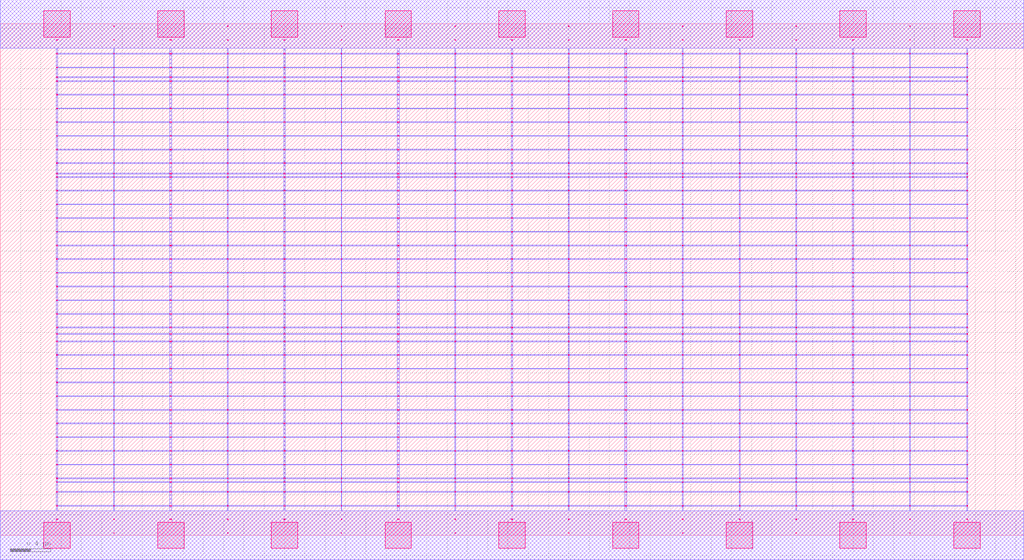
<source format=lef>
MACRO OOAOI331_DEBUG
 CLASS CORE ;
 FOREIGN OOAOI331_DEBUG 0 0 ;
 SIZE 10.08 BY 5.04 ;
 ORIGIN 0 0 ;
 SYMMETRY X Y R90 ;
 SITE unit ;

 OBS
    LAYER polycont ;
     RECT 5.03100000 2.58300000 5.04900000 2.59100000 ;
     RECT 5.03100000 2.71800000 5.04900000 2.72600000 ;
     RECT 5.03100000 2.85300000 5.04900000 2.86100000 ;
     RECT 5.03100000 2.98800000 5.04900000 2.99600000 ;
     RECT 7.27600000 2.58300000 7.28900000 2.59100000 ;
     RECT 7.83600000 2.58300000 7.84400000 2.59100000 ;
     RECT 8.39100000 2.58300000 8.40400000 2.59100000 ;
     RECT 8.95600000 2.58300000 8.96400000 2.59100000 ;
     RECT 9.51600000 2.58300000 9.52900000 2.59100000 ;
     RECT 5.59600000 2.58300000 5.60400000 2.59100000 ;
     RECT 5.59600000 2.71800000 5.60400000 2.72600000 ;
     RECT 6.15100000 2.71800000 6.16900000 2.72600000 ;
     RECT 6.71600000 2.71800000 6.72400000 2.72600000 ;
     RECT 7.27600000 2.71800000 7.28900000 2.72600000 ;
     RECT 7.83600000 2.71800000 7.84400000 2.72600000 ;
     RECT 8.39100000 2.71800000 8.40400000 2.72600000 ;
     RECT 8.95600000 2.71800000 8.96400000 2.72600000 ;
     RECT 9.51600000 2.71800000 9.52900000 2.72600000 ;
     RECT 6.15100000 2.58300000 6.16900000 2.59100000 ;
     RECT 5.59600000 2.85300000 5.60400000 2.86100000 ;
     RECT 6.15100000 2.85300000 6.16900000 2.86100000 ;
     RECT 6.71600000 2.85300000 6.72400000 2.86100000 ;
     RECT 7.27600000 2.85300000 7.28900000 2.86100000 ;
     RECT 7.83600000 2.85300000 7.84400000 2.86100000 ;
     RECT 8.39100000 2.85300000 8.40400000 2.86100000 ;
     RECT 8.95600000 2.85300000 8.96400000 2.86100000 ;
     RECT 9.51600000 2.85300000 9.52900000 2.86100000 ;
     RECT 6.71600000 2.58300000 6.72400000 2.59100000 ;
     RECT 5.59600000 2.98800000 5.60400000 2.99600000 ;
     RECT 6.15100000 2.98800000 6.16900000 2.99600000 ;
     RECT 6.71600000 2.98800000 6.72400000 2.99600000 ;
     RECT 7.27600000 2.98800000 7.28900000 2.99600000 ;
     RECT 7.83600000 2.98800000 7.84400000 2.99600000 ;
     RECT 8.39100000 2.98800000 8.40400000 2.99600000 ;
     RECT 8.95600000 2.98800000 8.96400000 2.99600000 ;
     RECT 9.51600000 2.98800000 9.52900000 2.99600000 ;
     RECT 7.83600000 3.12300000 7.84400000 3.13100000 ;
     RECT 7.83600000 3.25800000 7.84400000 3.26600000 ;
     RECT 7.83600000 3.39300000 7.84400000 3.40100000 ;
     RECT 7.83600000 3.52800000 7.84400000 3.53600000 ;
     RECT 7.83600000 3.56100000 7.84400000 3.56900000 ;
     RECT 7.83600000 3.66300000 7.84400000 3.67100000 ;
     RECT 7.83600000 3.79800000 7.84400000 3.80600000 ;
     RECT 7.83600000 3.93300000 7.84400000 3.94100000 ;
     RECT 7.83600000 4.06800000 7.84400000 4.07600000 ;
     RECT 7.83600000 4.20300000 7.84400000 4.21100000 ;
     RECT 7.83600000 4.33800000 7.84400000 4.34600000 ;
     RECT 7.83600000 4.47300000 7.84400000 4.48100000 ;
     RECT 7.83600000 4.51100000 7.84400000 4.51900000 ;
     RECT 7.83600000 4.60800000 7.84400000 4.61600000 ;
     RECT 7.83600000 4.74300000 7.84400000 4.75100000 ;
     RECT 7.83600000 4.87800000 7.84400000 4.88600000 ;
     RECT 1.11600000 2.98800000 1.12400000 2.99600000 ;
     RECT 1.67100000 2.98800000 1.68900000 2.99600000 ;
     RECT 2.23600000 2.98800000 2.24400000 2.99600000 ;
     RECT 2.79100000 2.98800000 2.80900000 2.99600000 ;
     RECT 3.35600000 2.98800000 3.36400000 2.99600000 ;
     RECT 3.91100000 2.98800000 3.92900000 2.99600000 ;
     RECT 4.47600000 2.98800000 4.48400000 2.99600000 ;
     RECT 2.23600000 2.58300000 2.24400000 2.59100000 ;
     RECT 2.79100000 2.58300000 2.80900000 2.59100000 ;
     RECT 3.35600000 2.58300000 3.36400000 2.59100000 ;
     RECT 3.91100000 2.58300000 3.92900000 2.59100000 ;
     RECT 4.47600000 2.58300000 4.48400000 2.59100000 ;
     RECT 0.55100000 2.58300000 0.56400000 2.59100000 ;
     RECT 0.55100000 2.71800000 0.56400000 2.72600000 ;
     RECT 0.55100000 2.85300000 0.56400000 2.86100000 ;
     RECT 1.11600000 2.85300000 1.12400000 2.86100000 ;
     RECT 1.67100000 2.85300000 1.68900000 2.86100000 ;
     RECT 2.23600000 2.85300000 2.24400000 2.86100000 ;
     RECT 2.79100000 2.85300000 2.80900000 2.86100000 ;
     RECT 3.35600000 2.85300000 3.36400000 2.86100000 ;
     RECT 3.91100000 2.85300000 3.92900000 2.86100000 ;
     RECT 4.47600000 2.85300000 4.48400000 2.86100000 ;
     RECT 1.11600000 2.71800000 1.12400000 2.72600000 ;
     RECT 1.67100000 2.71800000 1.68900000 2.72600000 ;
     RECT 2.23600000 2.71800000 2.24400000 2.72600000 ;
     RECT 2.79100000 2.71800000 2.80900000 2.72600000 ;
     RECT 3.35600000 2.71800000 3.36400000 2.72600000 ;
     RECT 3.91100000 2.71800000 3.92900000 2.72600000 ;
     RECT 4.47600000 2.71800000 4.48400000 2.72600000 ;
     RECT 1.11600000 2.58300000 1.12400000 2.59100000 ;
     RECT 1.67100000 2.58300000 1.68900000 2.59100000 ;
     RECT 0.55100000 2.98800000 0.56400000 2.99600000 ;
     RECT 8.95600000 0.42300000 8.96400000 0.43100000 ;
     RECT 9.51600000 0.42300000 9.52900000 0.43100000 ;
     RECT 8.95600000 0.52100000 8.96400000 0.52900000 ;
     RECT 9.51600000 0.52100000 9.52900000 0.52900000 ;
     RECT 8.95600000 0.55800000 8.96400000 0.56600000 ;
     RECT 9.51600000 0.55800000 9.52900000 0.56600000 ;
     RECT 8.95600000 0.69300000 8.96400000 0.70100000 ;
     RECT 9.51600000 0.69300000 9.52900000 0.70100000 ;
     RECT 8.95600000 0.82800000 8.96400000 0.83600000 ;
     RECT 9.51600000 0.82800000 9.52900000 0.83600000 ;
     RECT 8.95600000 0.96300000 8.96400000 0.97100000 ;
     RECT 9.51600000 0.96300000 9.52900000 0.97100000 ;
     RECT 8.95600000 1.09800000 8.96400000 1.10600000 ;
     RECT 9.51600000 1.09800000 9.52900000 1.10600000 ;
     RECT 8.95600000 1.23300000 8.96400000 1.24100000 ;
     RECT 9.51600000 1.23300000 9.52900000 1.24100000 ;
     RECT 8.95600000 1.36800000 8.96400000 1.37600000 ;
     RECT 9.51600000 1.36800000 9.52900000 1.37600000 ;
     RECT 8.95600000 1.50300000 8.96400000 1.51100000 ;
     RECT 9.51600000 1.50300000 9.52900000 1.51100000 ;
     RECT 8.95600000 1.63800000 8.96400000 1.64600000 ;
     RECT 9.51600000 1.63800000 9.52900000 1.64600000 ;
     RECT 8.95600000 1.77300000 8.96400000 1.78100000 ;
     RECT 9.51600000 1.77300000 9.52900000 1.78100000 ;
     RECT 8.95600000 1.90800000 8.96400000 1.91600000 ;
     RECT 9.51600000 1.90800000 9.52900000 1.91600000 ;
     RECT 8.95600000 1.98100000 8.96400000 1.98900000 ;
     RECT 9.51600000 1.98100000 9.52900000 1.98900000 ;
     RECT 8.95600000 2.04300000 8.96400000 2.05100000 ;
     RECT 9.51600000 2.04300000 9.52900000 2.05100000 ;
     RECT 8.95600000 2.17800000 8.96400000 2.18600000 ;
     RECT 9.51600000 2.17800000 9.52900000 2.18600000 ;
     RECT 8.95600000 2.31300000 8.96400000 2.32100000 ;
     RECT 9.51600000 2.31300000 9.52900000 2.32100000 ;
     RECT 8.95600000 2.44800000 8.96400000 2.45600000 ;
     RECT 9.51600000 2.44800000 9.52900000 2.45600000 ;
     RECT 8.95600000 0.15300000 8.96400000 0.16100000 ;
     RECT 9.51600000 0.15300000 9.52900000 0.16100000 ;
     RECT 8.95600000 0.28800000 8.96400000 0.29600000 ;
     RECT 9.51600000 0.28800000 9.52900000 0.29600000 ;

    LAYER pdiffc ;
     RECT 0.55100000 3.39300000 0.55900000 3.40100000 ;
     RECT 7.28100000 3.39300000 7.28900000 3.40100000 ;
     RECT 8.39100000 3.39300000 8.39900000 3.40100000 ;
     RECT 9.52100000 3.39300000 9.52900000 3.40100000 ;
     RECT 0.55100000 3.52800000 0.55900000 3.53600000 ;
     RECT 7.28100000 3.52800000 7.28900000 3.53600000 ;
     RECT 8.39100000 3.52800000 8.39900000 3.53600000 ;
     RECT 9.52100000 3.52800000 9.52900000 3.53600000 ;
     RECT 0.55100000 3.56100000 0.55900000 3.56900000 ;
     RECT 7.28100000 3.56100000 7.28900000 3.56900000 ;
     RECT 8.39100000 3.56100000 8.39900000 3.56900000 ;
     RECT 9.52100000 3.56100000 9.52900000 3.56900000 ;
     RECT 0.55100000 3.66300000 0.55900000 3.67100000 ;
     RECT 7.28100000 3.66300000 7.28900000 3.67100000 ;
     RECT 8.39100000 3.66300000 8.39900000 3.67100000 ;
     RECT 9.52100000 3.66300000 9.52900000 3.67100000 ;
     RECT 0.55100000 3.79800000 0.55900000 3.80600000 ;
     RECT 7.28100000 3.79800000 7.28900000 3.80600000 ;
     RECT 8.39100000 3.79800000 8.39900000 3.80600000 ;
     RECT 9.52100000 3.79800000 9.52900000 3.80600000 ;
     RECT 0.55100000 3.93300000 0.55900000 3.94100000 ;
     RECT 7.28100000 3.93300000 7.28900000 3.94100000 ;
     RECT 8.39100000 3.93300000 8.39900000 3.94100000 ;
     RECT 9.52100000 3.93300000 9.52900000 3.94100000 ;
     RECT 0.55100000 4.06800000 0.55900000 4.07600000 ;
     RECT 7.28100000 4.06800000 7.28900000 4.07600000 ;
     RECT 8.39100000 4.06800000 8.39900000 4.07600000 ;
     RECT 9.52100000 4.06800000 9.52900000 4.07600000 ;
     RECT 0.55100000 4.20300000 0.55900000 4.21100000 ;
     RECT 7.28100000 4.20300000 7.28900000 4.21100000 ;
     RECT 8.39100000 4.20300000 8.39900000 4.21100000 ;
     RECT 9.52100000 4.20300000 9.52900000 4.21100000 ;
     RECT 0.55100000 4.33800000 0.55900000 4.34600000 ;
     RECT 7.28100000 4.33800000 7.28900000 4.34600000 ;
     RECT 8.39100000 4.33800000 8.39900000 4.34600000 ;
     RECT 9.52100000 4.33800000 9.52900000 4.34600000 ;
     RECT 0.55100000 4.47300000 0.55900000 4.48100000 ;
     RECT 7.28100000 4.47300000 7.28900000 4.48100000 ;
     RECT 8.39100000 4.47300000 8.39900000 4.48100000 ;
     RECT 9.52100000 4.47300000 9.52900000 4.48100000 ;
     RECT 0.55100000 4.51100000 0.55900000 4.51900000 ;
     RECT 7.28100000 4.51100000 7.28900000 4.51900000 ;
     RECT 8.39100000 4.51100000 8.39900000 4.51900000 ;
     RECT 9.52100000 4.51100000 9.52900000 4.51900000 ;
     RECT 0.55100000 4.60800000 0.55900000 4.61600000 ;
     RECT 7.28100000 4.60800000 7.28900000 4.61600000 ;
     RECT 8.39100000 4.60800000 8.39900000 4.61600000 ;
     RECT 9.52100000 4.60800000 9.52900000 4.61600000 ;

    LAYER ndiffc ;
     RECT 5.03100000 0.42300000 5.04900000 0.43100000 ;
     RECT 6.15100000 0.42300000 6.16900000 0.43100000 ;
     RECT 7.27600000 0.42300000 7.28900000 0.43100000 ;
     RECT 8.39100000 0.42300000 8.40400000 0.43100000 ;
     RECT 5.03100000 0.52100000 5.04900000 0.52900000 ;
     RECT 6.15100000 0.52100000 6.16900000 0.52900000 ;
     RECT 7.27600000 0.52100000 7.28900000 0.52900000 ;
     RECT 8.39100000 0.52100000 8.40400000 0.52900000 ;
     RECT 5.03100000 0.55800000 5.04900000 0.56600000 ;
     RECT 6.15100000 0.55800000 6.16900000 0.56600000 ;
     RECT 7.27600000 0.55800000 7.28900000 0.56600000 ;
     RECT 8.39100000 0.55800000 8.40400000 0.56600000 ;
     RECT 5.03100000 0.69300000 5.04900000 0.70100000 ;
     RECT 6.15100000 0.69300000 6.16900000 0.70100000 ;
     RECT 7.27600000 0.69300000 7.28900000 0.70100000 ;
     RECT 8.39100000 0.69300000 8.40400000 0.70100000 ;
     RECT 5.03100000 0.82800000 5.04900000 0.83600000 ;
     RECT 6.15100000 0.82800000 6.16900000 0.83600000 ;
     RECT 7.27600000 0.82800000 7.28900000 0.83600000 ;
     RECT 8.39100000 0.82800000 8.40400000 0.83600000 ;
     RECT 5.03100000 0.96300000 5.04900000 0.97100000 ;
     RECT 6.15100000 0.96300000 6.16900000 0.97100000 ;
     RECT 7.27600000 0.96300000 7.28900000 0.97100000 ;
     RECT 8.39100000 0.96300000 8.40400000 0.97100000 ;
     RECT 5.03100000 1.09800000 5.04900000 1.10600000 ;
     RECT 6.15100000 1.09800000 6.16900000 1.10600000 ;
     RECT 7.27600000 1.09800000 7.28900000 1.10600000 ;
     RECT 8.39100000 1.09800000 8.40400000 1.10600000 ;
     RECT 5.03100000 1.23300000 5.04900000 1.24100000 ;
     RECT 6.15100000 1.23300000 6.16900000 1.24100000 ;
     RECT 7.27600000 1.23300000 7.28900000 1.24100000 ;
     RECT 8.39100000 1.23300000 8.40400000 1.24100000 ;
     RECT 5.03100000 1.36800000 5.04900000 1.37600000 ;
     RECT 6.15100000 1.36800000 6.16900000 1.37600000 ;
     RECT 7.27600000 1.36800000 7.28900000 1.37600000 ;
     RECT 8.39100000 1.36800000 8.40400000 1.37600000 ;
     RECT 5.03100000 1.50300000 5.04900000 1.51100000 ;
     RECT 6.15100000 1.50300000 6.16900000 1.51100000 ;
     RECT 7.27600000 1.50300000 7.28900000 1.51100000 ;
     RECT 8.39100000 1.50300000 8.40400000 1.51100000 ;
     RECT 5.03100000 1.63800000 5.04900000 1.64600000 ;
     RECT 6.15100000 1.63800000 6.16900000 1.64600000 ;
     RECT 7.27600000 1.63800000 7.28900000 1.64600000 ;
     RECT 8.39100000 1.63800000 8.40400000 1.64600000 ;
     RECT 5.03100000 1.77300000 5.04900000 1.78100000 ;
     RECT 6.15100000 1.77300000 6.16900000 1.78100000 ;
     RECT 7.27600000 1.77300000 7.28900000 1.78100000 ;
     RECT 8.39100000 1.77300000 8.40400000 1.78100000 ;
     RECT 5.03100000 1.90800000 5.04900000 1.91600000 ;
     RECT 6.15100000 1.90800000 6.16900000 1.91600000 ;
     RECT 7.27600000 1.90800000 7.28900000 1.91600000 ;
     RECT 8.39100000 1.90800000 8.40400000 1.91600000 ;
     RECT 5.03100000 1.98100000 5.04900000 1.98900000 ;
     RECT 6.15100000 1.98100000 6.16900000 1.98900000 ;
     RECT 7.27600000 1.98100000 7.28900000 1.98900000 ;
     RECT 8.39100000 1.98100000 8.40400000 1.98900000 ;
     RECT 5.03100000 2.04300000 5.04900000 2.05100000 ;
     RECT 6.15100000 2.04300000 6.16900000 2.05100000 ;
     RECT 7.27600000 2.04300000 7.28900000 2.05100000 ;
     RECT 8.39100000 2.04300000 8.40400000 2.05100000 ;
     RECT 0.55100000 0.42300000 0.56400000 0.43100000 ;
     RECT 1.67100000 0.42300000 1.68900000 0.43100000 ;
     RECT 2.79100000 0.42300000 2.80900000 0.43100000 ;
     RECT 3.91100000 0.42300000 3.92900000 0.43100000 ;
     RECT 0.55100000 1.36800000 0.56400000 1.37600000 ;
     RECT 1.67100000 1.36800000 1.68900000 1.37600000 ;
     RECT 2.79100000 1.36800000 2.80900000 1.37600000 ;
     RECT 3.91100000 1.36800000 3.92900000 1.37600000 ;
     RECT 0.55100000 0.82800000 0.56400000 0.83600000 ;
     RECT 1.67100000 0.82800000 1.68900000 0.83600000 ;
     RECT 2.79100000 0.82800000 2.80900000 0.83600000 ;
     RECT 3.91100000 0.82800000 3.92900000 0.83600000 ;
     RECT 0.55100000 1.50300000 0.56400000 1.51100000 ;
     RECT 1.67100000 1.50300000 1.68900000 1.51100000 ;
     RECT 2.79100000 1.50300000 2.80900000 1.51100000 ;
     RECT 3.91100000 1.50300000 3.92900000 1.51100000 ;
     RECT 0.55100000 0.55800000 0.56400000 0.56600000 ;
     RECT 1.67100000 0.55800000 1.68900000 0.56600000 ;
     RECT 2.79100000 0.55800000 2.80900000 0.56600000 ;
     RECT 3.91100000 0.55800000 3.92900000 0.56600000 ;
     RECT 0.55100000 1.63800000 0.56400000 1.64600000 ;
     RECT 1.67100000 1.63800000 1.68900000 1.64600000 ;
     RECT 2.79100000 1.63800000 2.80900000 1.64600000 ;
     RECT 3.91100000 1.63800000 3.92900000 1.64600000 ;
     RECT 0.55100000 0.96300000 0.56400000 0.97100000 ;
     RECT 1.67100000 0.96300000 1.68900000 0.97100000 ;
     RECT 2.79100000 0.96300000 2.80900000 0.97100000 ;
     RECT 3.91100000 0.96300000 3.92900000 0.97100000 ;
     RECT 0.55100000 1.77300000 0.56400000 1.78100000 ;
     RECT 1.67100000 1.77300000 1.68900000 1.78100000 ;
     RECT 2.79100000 1.77300000 2.80900000 1.78100000 ;
     RECT 3.91100000 1.77300000 3.92900000 1.78100000 ;
     RECT 0.55100000 0.52100000 0.56400000 0.52900000 ;
     RECT 1.67100000 0.52100000 1.68900000 0.52900000 ;
     RECT 2.79100000 0.52100000 2.80900000 0.52900000 ;
     RECT 3.91100000 0.52100000 3.92900000 0.52900000 ;
     RECT 0.55100000 1.90800000 0.56400000 1.91600000 ;
     RECT 1.67100000 1.90800000 1.68900000 1.91600000 ;
     RECT 2.79100000 1.90800000 2.80900000 1.91600000 ;
     RECT 3.91100000 1.90800000 3.92900000 1.91600000 ;
     RECT 0.55100000 1.09800000 0.56400000 1.10600000 ;
     RECT 1.67100000 1.09800000 1.68900000 1.10600000 ;
     RECT 2.79100000 1.09800000 2.80900000 1.10600000 ;
     RECT 3.91100000 1.09800000 3.92900000 1.10600000 ;
     RECT 0.55100000 1.98100000 0.56400000 1.98900000 ;
     RECT 1.67100000 1.98100000 1.68900000 1.98900000 ;
     RECT 2.79100000 1.98100000 2.80900000 1.98900000 ;
     RECT 3.91100000 1.98100000 3.92900000 1.98900000 ;
     RECT 0.55100000 0.69300000 0.56400000 0.70100000 ;
     RECT 1.67100000 0.69300000 1.68900000 0.70100000 ;
     RECT 2.79100000 0.69300000 2.80900000 0.70100000 ;
     RECT 3.91100000 0.69300000 3.92900000 0.70100000 ;
     RECT 0.55100000 2.04300000 0.56400000 2.05100000 ;
     RECT 1.67100000 2.04300000 1.68900000 2.05100000 ;
     RECT 2.79100000 2.04300000 2.80900000 2.05100000 ;
     RECT 3.91100000 2.04300000 3.92900000 2.05100000 ;
     RECT 0.55100000 1.23300000 0.56400000 1.24100000 ;
     RECT 1.67100000 1.23300000 1.68900000 1.24100000 ;
     RECT 2.79100000 1.23300000 2.80900000 1.24100000 ;
     RECT 3.91100000 1.23300000 3.92900000 1.24100000 ;

    LAYER met1 ;
     RECT 0.00000000 -0.24000000 10.08000000 0.24000000 ;
     RECT 5.03100000 0.24000000 5.04900000 0.28800000 ;
     RECT 0.55100000 0.28800000 9.52900000 0.29600000 ;
     RECT 5.03100000 0.29600000 5.04900000 0.42300000 ;
     RECT 0.55100000 0.42300000 9.52900000 0.43100000 ;
     RECT 5.03100000 0.43100000 5.04900000 0.52100000 ;
     RECT 0.55100000 0.52100000 9.52900000 0.52900000 ;
     RECT 5.03100000 0.52900000 5.04900000 0.55800000 ;
     RECT 0.55100000 0.55800000 9.52900000 0.56600000 ;
     RECT 5.03100000 0.56600000 5.04900000 0.69300000 ;
     RECT 0.55100000 0.69300000 9.52900000 0.70100000 ;
     RECT 5.03100000 0.70100000 5.04900000 0.82800000 ;
     RECT 0.55100000 0.82800000 9.52900000 0.83600000 ;
     RECT 5.03100000 0.83600000 5.04900000 0.96300000 ;
     RECT 0.55100000 0.96300000 9.52900000 0.97100000 ;
     RECT 5.03100000 0.97100000 5.04900000 1.09800000 ;
     RECT 0.55100000 1.09800000 9.52900000 1.10600000 ;
     RECT 5.03100000 1.10600000 5.04900000 1.23300000 ;
     RECT 0.55100000 1.23300000 9.52900000 1.24100000 ;
     RECT 5.03100000 1.24100000 5.04900000 1.36800000 ;
     RECT 0.55100000 1.36800000 9.52900000 1.37600000 ;
     RECT 5.03100000 1.37600000 5.04900000 1.50300000 ;
     RECT 0.55100000 1.50300000 9.52900000 1.51100000 ;
     RECT 5.03100000 1.51100000 5.04900000 1.63800000 ;
     RECT 0.55100000 1.63800000 9.52900000 1.64600000 ;
     RECT 5.03100000 1.64600000 5.04900000 1.77300000 ;
     RECT 0.55100000 1.77300000 9.52900000 1.78100000 ;
     RECT 5.03100000 1.78100000 5.04900000 1.90800000 ;
     RECT 0.55100000 1.90800000 9.52900000 1.91600000 ;
     RECT 5.03100000 1.91600000 5.04900000 1.98100000 ;
     RECT 0.55100000 1.98100000 9.52900000 1.98900000 ;
     RECT 5.03100000 1.98900000 5.04900000 2.04300000 ;
     RECT 0.55100000 2.04300000 9.52900000 2.05100000 ;
     RECT 5.03100000 2.05100000 5.04900000 2.17800000 ;
     RECT 0.55100000 2.17800000 9.52900000 2.18600000 ;
     RECT 5.03100000 2.18600000 5.04900000 2.31300000 ;
     RECT 0.55100000 2.31300000 9.52900000 2.32100000 ;
     RECT 5.03100000 2.32100000 5.04900000 2.44800000 ;
     RECT 0.55100000 2.44800000 9.52900000 2.45600000 ;
     RECT 0.55100000 2.45600000 0.56400000 2.58300000 ;
     RECT 1.11600000 2.45600000 1.12400000 2.58300000 ;
     RECT 1.67100000 2.45600000 1.68900000 2.58300000 ;
     RECT 2.23600000 2.45600000 2.24400000 2.58300000 ;
     RECT 2.79100000 2.45600000 2.80900000 2.58300000 ;
     RECT 3.35600000 2.45600000 3.36400000 2.58300000 ;
     RECT 3.91100000 2.45600000 3.92900000 2.58300000 ;
     RECT 4.47600000 2.45600000 4.48400000 2.58300000 ;
     RECT 5.03100000 2.45600000 5.04900000 2.58300000 ;
     RECT 5.59600000 2.45600000 5.60400000 2.58300000 ;
     RECT 6.15100000 2.45600000 6.16900000 2.58300000 ;
     RECT 6.71600000 2.45600000 6.72400000 2.58300000 ;
     RECT 7.27600000 2.45600000 7.28900000 2.58300000 ;
     RECT 7.83600000 2.45600000 7.84400000 2.58300000 ;
     RECT 8.39100000 2.45600000 8.40400000 2.58300000 ;
     RECT 8.95600000 2.45600000 8.96400000 2.58300000 ;
     RECT 9.51600000 2.45600000 9.52900000 2.58300000 ;
     RECT 0.55100000 2.58300000 9.52900000 2.59100000 ;
     RECT 5.03100000 2.59100000 5.04900000 2.71800000 ;
     RECT 0.55100000 2.71800000 9.52900000 2.72600000 ;
     RECT 5.03100000 2.72600000 5.04900000 2.85300000 ;
     RECT 0.55100000 2.85300000 9.52900000 2.86100000 ;
     RECT 5.03100000 2.86100000 5.04900000 2.98800000 ;
     RECT 0.55100000 2.98800000 9.52900000 2.99600000 ;
     RECT 5.03100000 2.99600000 5.04900000 3.12300000 ;
     RECT 0.55100000 3.12300000 9.52900000 3.13100000 ;
     RECT 5.03100000 3.13100000 5.04900000 3.25800000 ;
     RECT 0.55100000 3.25800000 9.52900000 3.26600000 ;
     RECT 5.03100000 3.26600000 5.04900000 3.39300000 ;
     RECT 0.55100000 3.39300000 9.52900000 3.40100000 ;
     RECT 5.03100000 3.40100000 5.04900000 3.52800000 ;
     RECT 0.55100000 3.52800000 9.52900000 3.53600000 ;
     RECT 5.03100000 3.53600000 5.04900000 3.56100000 ;
     RECT 0.55100000 3.56100000 9.52900000 3.56900000 ;
     RECT 5.03100000 3.56900000 5.04900000 3.66300000 ;
     RECT 0.55100000 3.66300000 9.52900000 3.67100000 ;
     RECT 5.03100000 3.67100000 5.04900000 3.79800000 ;
     RECT 0.55100000 3.79800000 9.52900000 3.80600000 ;
     RECT 5.03100000 3.80600000 5.04900000 3.93300000 ;
     RECT 0.55100000 3.93300000 9.52900000 3.94100000 ;
     RECT 5.03100000 3.94100000 5.04900000 4.06800000 ;
     RECT 0.55100000 4.06800000 9.52900000 4.07600000 ;
     RECT 5.03100000 4.07600000 5.04900000 4.20300000 ;
     RECT 0.55100000 4.20300000 9.52900000 4.21100000 ;
     RECT 5.03100000 4.21100000 5.04900000 4.33800000 ;
     RECT 0.55100000 4.33800000 9.52900000 4.34600000 ;
     RECT 5.03100000 4.34600000 5.04900000 4.47300000 ;
     RECT 0.55100000 4.47300000 9.52900000 4.48100000 ;
     RECT 5.03100000 4.48100000 5.04900000 4.51100000 ;
     RECT 0.55100000 4.51100000 9.52900000 4.51900000 ;
     RECT 5.03100000 4.51900000 5.04900000 4.60800000 ;
     RECT 0.55100000 4.60800000 9.52900000 4.61600000 ;
     RECT 5.03100000 4.61600000 5.04900000 4.74300000 ;
     RECT 0.55100000 4.74300000 9.52900000 4.75100000 ;
     RECT 5.03100000 4.75100000 5.04900000 4.80000000 ;
     RECT 0.00000000 4.80000000 10.08000000 5.28000000 ;
     RECT 5.59600000 3.80600000 5.60400000 3.93300000 ;
     RECT 6.15100000 3.80600000 6.16900000 3.93300000 ;
     RECT 6.71600000 3.80600000 6.72400000 3.93300000 ;
     RECT 7.27600000 3.80600000 7.28900000 3.93300000 ;
     RECT 7.83600000 3.80600000 7.84400000 3.93300000 ;
     RECT 8.39100000 3.80600000 8.40400000 3.93300000 ;
     RECT 8.95600000 3.80600000 8.96400000 3.93300000 ;
     RECT 9.51600000 3.80600000 9.52900000 3.93300000 ;
     RECT 7.83600000 3.94100000 7.84400000 4.06800000 ;
     RECT 8.39100000 3.94100000 8.40400000 4.06800000 ;
     RECT 8.95600000 3.94100000 8.96400000 4.06800000 ;
     RECT 9.51600000 3.94100000 9.52900000 4.06800000 ;
     RECT 7.83600000 4.07600000 7.84400000 4.20300000 ;
     RECT 8.39100000 4.07600000 8.40400000 4.20300000 ;
     RECT 8.95600000 4.07600000 8.96400000 4.20300000 ;
     RECT 9.51600000 4.07600000 9.52900000 4.20300000 ;
     RECT 7.83600000 4.21100000 7.84400000 4.33800000 ;
     RECT 8.39100000 4.21100000 8.40400000 4.33800000 ;
     RECT 8.95600000 4.21100000 8.96400000 4.33800000 ;
     RECT 9.51600000 4.21100000 9.52900000 4.33800000 ;
     RECT 7.83600000 4.34600000 7.84400000 4.47300000 ;
     RECT 8.39100000 4.34600000 8.40400000 4.47300000 ;
     RECT 8.95600000 4.34600000 8.96400000 4.47300000 ;
     RECT 9.51600000 4.34600000 9.52900000 4.47300000 ;
     RECT 7.83600000 4.48100000 7.84400000 4.51100000 ;
     RECT 8.39100000 4.48100000 8.40400000 4.51100000 ;
     RECT 8.95600000 4.48100000 8.96400000 4.51100000 ;
     RECT 9.51600000 4.48100000 9.52900000 4.51100000 ;
     RECT 7.83600000 4.51900000 7.84400000 4.60800000 ;
     RECT 8.39100000 4.51900000 8.40400000 4.60800000 ;
     RECT 8.95600000 4.51900000 8.96400000 4.60800000 ;
     RECT 9.51600000 4.51900000 9.52900000 4.60800000 ;
     RECT 7.83600000 4.61600000 7.84400000 4.74300000 ;
     RECT 8.39100000 4.61600000 8.40400000 4.74300000 ;
     RECT 8.95600000 4.61600000 8.96400000 4.74300000 ;
     RECT 9.51600000 4.61600000 9.52900000 4.74300000 ;
     RECT 7.83600000 4.75100000 7.84400000 4.80000000 ;
     RECT 8.39100000 4.75100000 8.40400000 4.80000000 ;
     RECT 8.95600000 4.75100000 8.96400000 4.80000000 ;
     RECT 9.51600000 4.75100000 9.52900000 4.80000000 ;
     RECT 5.59600000 4.48100000 5.60400000 4.51100000 ;
     RECT 6.15100000 4.48100000 6.16900000 4.51100000 ;
     RECT 6.71600000 4.48100000 6.72400000 4.51100000 ;
     RECT 7.27600000 4.48100000 7.28900000 4.51100000 ;
     RECT 5.59600000 4.21100000 5.60400000 4.33800000 ;
     RECT 6.15100000 4.21100000 6.16900000 4.33800000 ;
     RECT 6.71600000 4.21100000 6.72400000 4.33800000 ;
     RECT 7.27600000 4.21100000 7.28900000 4.33800000 ;
     RECT 5.59600000 4.51900000 5.60400000 4.60800000 ;
     RECT 6.15100000 4.51900000 6.16900000 4.60800000 ;
     RECT 6.71600000 4.51900000 6.72400000 4.60800000 ;
     RECT 7.27600000 4.51900000 7.28900000 4.60800000 ;
     RECT 5.59600000 4.07600000 5.60400000 4.20300000 ;
     RECT 6.15100000 4.07600000 6.16900000 4.20300000 ;
     RECT 6.71600000 4.07600000 6.72400000 4.20300000 ;
     RECT 7.27600000 4.07600000 7.28900000 4.20300000 ;
     RECT 5.59600000 4.61600000 5.60400000 4.74300000 ;
     RECT 6.15100000 4.61600000 6.16900000 4.74300000 ;
     RECT 6.71600000 4.61600000 6.72400000 4.74300000 ;
     RECT 7.27600000 4.61600000 7.28900000 4.74300000 ;
     RECT 5.59600000 4.34600000 5.60400000 4.47300000 ;
     RECT 6.15100000 4.34600000 6.16900000 4.47300000 ;
     RECT 6.71600000 4.34600000 6.72400000 4.47300000 ;
     RECT 7.27600000 4.34600000 7.28900000 4.47300000 ;
     RECT 5.59600000 4.75100000 5.60400000 4.80000000 ;
     RECT 6.15100000 4.75100000 6.16900000 4.80000000 ;
     RECT 6.71600000 4.75100000 6.72400000 4.80000000 ;
     RECT 7.27600000 4.75100000 7.28900000 4.80000000 ;
     RECT 5.59600000 3.94100000 5.60400000 4.06800000 ;
     RECT 6.15100000 3.94100000 6.16900000 4.06800000 ;
     RECT 6.71600000 3.94100000 6.72400000 4.06800000 ;
     RECT 7.27600000 3.94100000 7.28900000 4.06800000 ;
     RECT 5.59600000 2.59100000 5.60400000 2.71800000 ;
     RECT 6.15100000 2.59100000 6.16900000 2.71800000 ;
     RECT 5.59600000 3.26600000 5.60400000 3.39300000 ;
     RECT 6.15100000 3.26600000 6.16900000 3.39300000 ;
     RECT 5.59600000 2.86100000 5.60400000 2.98800000 ;
     RECT 6.15100000 2.86100000 6.16900000 2.98800000 ;
     RECT 6.71600000 3.26600000 6.72400000 3.39300000 ;
     RECT 7.27600000 3.26600000 7.28900000 3.39300000 ;
     RECT 5.59600000 2.72600000 5.60400000 2.85300000 ;
     RECT 6.15100000 2.72600000 6.16900000 2.85300000 ;
     RECT 5.59600000 3.40100000 5.60400000 3.52800000 ;
     RECT 6.15100000 3.40100000 6.16900000 3.52800000 ;
     RECT 5.59600000 2.99600000 5.60400000 3.12300000 ;
     RECT 6.15100000 2.99600000 6.16900000 3.12300000 ;
     RECT 6.71600000 3.40100000 6.72400000 3.52800000 ;
     RECT 7.27600000 3.40100000 7.28900000 3.52800000 ;
     RECT 6.71600000 2.86100000 6.72400000 2.98800000 ;
     RECT 7.27600000 2.86100000 7.28900000 2.98800000 ;
     RECT 6.71600000 2.72600000 6.72400000 2.85300000 ;
     RECT 7.27600000 2.72600000 7.28900000 2.85300000 ;
     RECT 5.59600000 3.53600000 5.60400000 3.56100000 ;
     RECT 6.15100000 3.53600000 6.16900000 3.56100000 ;
     RECT 6.71600000 2.99600000 6.72400000 3.12300000 ;
     RECT 7.27600000 2.99600000 7.28900000 3.12300000 ;
     RECT 6.71600000 3.53600000 6.72400000 3.56100000 ;
     RECT 7.27600000 3.53600000 7.28900000 3.56100000 ;
     RECT 5.59600000 3.56900000 5.60400000 3.66300000 ;
     RECT 6.15100000 3.56900000 6.16900000 3.66300000 ;
     RECT 6.71600000 3.56900000 6.72400000 3.66300000 ;
     RECT 7.27600000 3.56900000 7.28900000 3.66300000 ;
     RECT 5.59600000 3.67100000 5.60400000 3.79800000 ;
     RECT 6.15100000 3.67100000 6.16900000 3.79800000 ;
     RECT 6.71600000 3.67100000 6.72400000 3.79800000 ;
     RECT 7.27600000 3.67100000 7.28900000 3.79800000 ;
     RECT 6.71600000 2.59100000 6.72400000 2.71800000 ;
     RECT 7.27600000 2.59100000 7.28900000 2.71800000 ;
     RECT 5.59600000 3.13100000 5.60400000 3.25800000 ;
     RECT 6.15100000 3.13100000 6.16900000 3.25800000 ;
     RECT 6.71600000 3.13100000 6.72400000 3.25800000 ;
     RECT 7.27600000 3.13100000 7.28900000 3.25800000 ;
     RECT 8.39100000 2.59100000 8.40400000 2.71800000 ;
     RECT 9.51600000 2.99600000 9.52900000 3.12300000 ;
     RECT 7.83600000 3.13100000 7.84400000 3.25800000 ;
     RECT 7.83600000 3.56900000 7.84400000 3.66300000 ;
     RECT 8.39100000 3.56900000 8.40400000 3.66300000 ;
     RECT 8.95600000 3.56900000 8.96400000 3.66300000 ;
     RECT 9.51600000 3.56900000 9.52900000 3.66300000 ;
     RECT 8.95600000 2.72600000 8.96400000 2.85300000 ;
     RECT 9.51600000 2.72600000 9.52900000 2.85300000 ;
     RECT 8.39100000 3.13100000 8.40400000 3.25800000 ;
     RECT 7.83600000 3.40100000 7.84400000 3.52800000 ;
     RECT 8.39100000 3.40100000 8.40400000 3.52800000 ;
     RECT 8.95600000 3.40100000 8.96400000 3.52800000 ;
     RECT 7.83600000 3.67100000 7.84400000 3.79800000 ;
     RECT 8.39100000 3.67100000 8.40400000 3.79800000 ;
     RECT 8.95600000 3.67100000 8.96400000 3.79800000 ;
     RECT 7.83600000 2.86100000 7.84400000 2.98800000 ;
     RECT 8.39100000 2.86100000 8.40400000 2.98800000 ;
     RECT 9.51600000 3.67100000 9.52900000 3.79800000 ;
     RECT 9.51600000 3.40100000 9.52900000 3.52800000 ;
     RECT 8.95600000 3.13100000 8.96400000 3.25800000 ;
     RECT 7.83600000 3.26600000 7.84400000 3.39300000 ;
     RECT 8.39100000 3.26600000 8.40400000 3.39300000 ;
     RECT 8.95600000 3.26600000 8.96400000 3.39300000 ;
     RECT 9.51600000 3.26600000 9.52900000 3.39300000 ;
     RECT 9.51600000 3.13100000 9.52900000 3.25800000 ;
     RECT 8.95600000 2.86100000 8.96400000 2.98800000 ;
     RECT 9.51600000 2.86100000 9.52900000 2.98800000 ;
     RECT 7.83600000 3.53600000 7.84400000 3.56100000 ;
     RECT 7.83600000 2.99600000 7.84400000 3.12300000 ;
     RECT 8.39100000 2.99600000 8.40400000 3.12300000 ;
     RECT 8.39100000 3.53600000 8.40400000 3.56100000 ;
     RECT 8.95600000 3.53600000 8.96400000 3.56100000 ;
     RECT 9.51600000 3.53600000 9.52900000 3.56100000 ;
     RECT 7.83600000 2.72600000 7.84400000 2.85300000 ;
     RECT 8.39100000 2.72600000 8.40400000 2.85300000 ;
     RECT 8.95600000 2.59100000 8.96400000 2.71800000 ;
     RECT 9.51600000 2.59100000 9.52900000 2.71800000 ;
     RECT 7.83600000 2.59100000 7.84400000 2.71800000 ;
     RECT 8.95600000 2.99600000 8.96400000 3.12300000 ;
     RECT 0.55100000 3.80600000 0.56400000 3.93300000 ;
     RECT 1.11600000 3.80600000 1.12400000 3.93300000 ;
     RECT 1.67100000 3.80600000 1.68900000 3.93300000 ;
     RECT 2.23600000 3.80600000 2.24400000 3.93300000 ;
     RECT 2.79100000 3.80600000 2.80900000 3.93300000 ;
     RECT 3.35600000 3.80600000 3.36400000 3.93300000 ;
     RECT 3.91100000 3.80600000 3.92900000 3.93300000 ;
     RECT 4.47600000 3.80600000 4.48400000 3.93300000 ;
     RECT 2.79100000 4.21100000 2.80900000 4.33800000 ;
     RECT 3.35600000 4.21100000 3.36400000 4.33800000 ;
     RECT 3.91100000 4.21100000 3.92900000 4.33800000 ;
     RECT 4.47600000 4.21100000 4.48400000 4.33800000 ;
     RECT 2.79100000 4.34600000 2.80900000 4.47300000 ;
     RECT 3.35600000 4.34600000 3.36400000 4.47300000 ;
     RECT 3.91100000 4.34600000 3.92900000 4.47300000 ;
     RECT 4.47600000 4.34600000 4.48400000 4.47300000 ;
     RECT 2.79100000 4.48100000 2.80900000 4.51100000 ;
     RECT 3.35600000 4.48100000 3.36400000 4.51100000 ;
     RECT 3.91100000 4.48100000 3.92900000 4.51100000 ;
     RECT 4.47600000 4.48100000 4.48400000 4.51100000 ;
     RECT 2.79100000 4.51900000 2.80900000 4.60800000 ;
     RECT 3.35600000 4.51900000 3.36400000 4.60800000 ;
     RECT 3.91100000 4.51900000 3.92900000 4.60800000 ;
     RECT 4.47600000 4.51900000 4.48400000 4.60800000 ;
     RECT 2.79100000 4.61600000 2.80900000 4.74300000 ;
     RECT 3.35600000 4.61600000 3.36400000 4.74300000 ;
     RECT 3.91100000 4.61600000 3.92900000 4.74300000 ;
     RECT 4.47600000 4.61600000 4.48400000 4.74300000 ;
     RECT 2.79100000 4.75100000 2.80900000 4.80000000 ;
     RECT 3.35600000 4.75100000 3.36400000 4.80000000 ;
     RECT 3.91100000 4.75100000 3.92900000 4.80000000 ;
     RECT 4.47600000 4.75100000 4.48400000 4.80000000 ;
     RECT 2.79100000 3.94100000 2.80900000 4.06800000 ;
     RECT 3.35600000 3.94100000 3.36400000 4.06800000 ;
     RECT 3.91100000 3.94100000 3.92900000 4.06800000 ;
     RECT 4.47600000 3.94100000 4.48400000 4.06800000 ;
     RECT 2.79100000 4.07600000 2.80900000 4.20300000 ;
     RECT 3.35600000 4.07600000 3.36400000 4.20300000 ;
     RECT 3.91100000 4.07600000 3.92900000 4.20300000 ;
     RECT 4.47600000 4.07600000 4.48400000 4.20300000 ;
     RECT 0.55100000 4.51900000 0.56400000 4.60800000 ;
     RECT 1.11600000 4.51900000 1.12400000 4.60800000 ;
     RECT 1.67100000 4.51900000 1.68900000 4.60800000 ;
     RECT 2.23600000 4.51900000 2.24400000 4.60800000 ;
     RECT 0.55100000 4.07600000 0.56400000 4.20300000 ;
     RECT 1.11600000 4.07600000 1.12400000 4.20300000 ;
     RECT 1.67100000 4.07600000 1.68900000 4.20300000 ;
     RECT 2.23600000 4.07600000 2.24400000 4.20300000 ;
     RECT 0.55100000 4.61600000 0.56400000 4.74300000 ;
     RECT 1.11600000 4.61600000 1.12400000 4.74300000 ;
     RECT 1.67100000 4.61600000 1.68900000 4.74300000 ;
     RECT 2.23600000 4.61600000 2.24400000 4.74300000 ;
     RECT 0.55100000 4.34600000 0.56400000 4.47300000 ;
     RECT 1.11600000 4.34600000 1.12400000 4.47300000 ;
     RECT 1.67100000 4.34600000 1.68900000 4.47300000 ;
     RECT 2.23600000 4.34600000 2.24400000 4.47300000 ;
     RECT 0.55100000 4.75100000 0.56400000 4.80000000 ;
     RECT 1.11600000 4.75100000 1.12400000 4.80000000 ;
     RECT 1.67100000 4.75100000 1.68900000 4.80000000 ;
     RECT 2.23600000 4.75100000 2.24400000 4.80000000 ;
     RECT 0.55100000 3.94100000 0.56400000 4.06800000 ;
     RECT 1.11600000 3.94100000 1.12400000 4.06800000 ;
     RECT 1.67100000 3.94100000 1.68900000 4.06800000 ;
     RECT 2.23600000 3.94100000 2.24400000 4.06800000 ;
     RECT 0.55100000 4.48100000 0.56400000 4.51100000 ;
     RECT 1.11600000 4.48100000 1.12400000 4.51100000 ;
     RECT 1.67100000 4.48100000 1.68900000 4.51100000 ;
     RECT 2.23600000 4.48100000 2.24400000 4.51100000 ;
     RECT 0.55100000 4.21100000 0.56400000 4.33800000 ;
     RECT 1.11600000 4.21100000 1.12400000 4.33800000 ;
     RECT 1.67100000 4.21100000 1.68900000 4.33800000 ;
     RECT 2.23600000 4.21100000 2.24400000 4.33800000 ;
     RECT 1.67100000 2.86100000 1.68900000 2.98800000 ;
     RECT 2.23600000 2.86100000 2.24400000 2.98800000 ;
     RECT 0.55100000 3.13100000 0.56400000 3.25800000 ;
     RECT 1.11600000 3.13100000 1.12400000 3.25800000 ;
     RECT 1.67100000 3.13100000 1.68900000 3.25800000 ;
     RECT 2.23600000 3.13100000 2.24400000 3.25800000 ;
     RECT 0.55100000 3.67100000 0.56400000 3.79800000 ;
     RECT 1.11600000 3.67100000 1.12400000 3.79800000 ;
     RECT 1.67100000 3.67100000 1.68900000 3.79800000 ;
     RECT 2.23600000 3.67100000 2.24400000 3.79800000 ;
     RECT 0.55100000 2.59100000 0.56400000 2.71800000 ;
     RECT 1.11600000 2.59100000 1.12400000 2.71800000 ;
     RECT 0.55100000 2.72600000 0.56400000 2.85300000 ;
     RECT 1.11600000 2.72600000 1.12400000 2.85300000 ;
     RECT 0.55100000 2.86100000 0.56400000 2.98800000 ;
     RECT 1.11600000 2.86100000 1.12400000 2.98800000 ;
     RECT 0.55100000 3.53600000 0.56400000 3.56100000 ;
     RECT 1.11600000 3.53600000 1.12400000 3.56100000 ;
     RECT 0.55100000 3.26600000 0.56400000 3.39300000 ;
     RECT 1.11600000 3.26600000 1.12400000 3.39300000 ;
     RECT 1.67100000 3.26600000 1.68900000 3.39300000 ;
     RECT 2.23600000 3.26600000 2.24400000 3.39300000 ;
     RECT 1.67100000 2.59100000 1.68900000 2.71800000 ;
     RECT 2.23600000 2.59100000 2.24400000 2.71800000 ;
     RECT 0.55100000 3.56900000 0.56400000 3.66300000 ;
     RECT 1.11600000 3.56900000 1.12400000 3.66300000 ;
     RECT 1.67100000 3.56900000 1.68900000 3.66300000 ;
     RECT 2.23600000 3.56900000 2.24400000 3.66300000 ;
     RECT 1.67100000 3.53600000 1.68900000 3.56100000 ;
     RECT 2.23600000 3.53600000 2.24400000 3.56100000 ;
     RECT 1.67100000 2.99600000 1.68900000 3.12300000 ;
     RECT 2.23600000 2.99600000 2.24400000 3.12300000 ;
     RECT 0.55100000 3.40100000 0.56400000 3.52800000 ;
     RECT 1.11600000 3.40100000 1.12400000 3.52800000 ;
     RECT 0.55100000 2.99600000 0.56400000 3.12300000 ;
     RECT 1.11600000 2.99600000 1.12400000 3.12300000 ;
     RECT 1.67100000 2.72600000 1.68900000 2.85300000 ;
     RECT 2.23600000 2.72600000 2.24400000 2.85300000 ;
     RECT 1.67100000 3.40100000 1.68900000 3.52800000 ;
     RECT 2.23600000 3.40100000 2.24400000 3.52800000 ;
     RECT 2.79100000 3.67100000 2.80900000 3.79800000 ;
     RECT 3.35600000 3.67100000 3.36400000 3.79800000 ;
     RECT 3.91100000 3.67100000 3.92900000 3.79800000 ;
     RECT 4.47600000 3.67100000 4.48400000 3.79800000 ;
     RECT 2.79100000 3.40100000 2.80900000 3.52800000 ;
     RECT 3.35600000 3.40100000 3.36400000 3.52800000 ;
     RECT 3.91100000 3.40100000 3.92900000 3.52800000 ;
     RECT 4.47600000 3.40100000 4.48400000 3.52800000 ;
     RECT 2.79100000 3.53600000 2.80900000 3.56100000 ;
     RECT 3.35600000 3.53600000 3.36400000 3.56100000 ;
     RECT 3.91100000 3.56900000 3.92900000 3.66300000 ;
     RECT 4.47600000 3.56900000 4.48400000 3.66300000 ;
     RECT 2.79100000 2.86100000 2.80900000 2.98800000 ;
     RECT 3.35600000 2.86100000 3.36400000 2.98800000 ;
     RECT 3.91100000 2.86100000 3.92900000 2.98800000 ;
     RECT 4.47600000 2.86100000 4.48400000 2.98800000 ;
     RECT 2.79100000 3.26600000 2.80900000 3.39300000 ;
     RECT 3.35600000 3.26600000 3.36400000 3.39300000 ;
     RECT 3.91100000 3.26600000 3.92900000 3.39300000 ;
     RECT 4.47600000 3.26600000 4.48400000 3.39300000 ;
     RECT 3.91100000 3.53600000 3.92900000 3.56100000 ;
     RECT 4.47600000 3.53600000 4.48400000 3.56100000 ;
     RECT 2.79100000 2.72600000 2.80900000 2.85300000 ;
     RECT 3.35600000 2.72600000 3.36400000 2.85300000 ;
     RECT 2.79100000 3.13100000 2.80900000 3.25800000 ;
     RECT 3.35600000 3.13100000 3.36400000 3.25800000 ;
     RECT 3.91100000 3.13100000 3.92900000 3.25800000 ;
     RECT 4.47600000 3.13100000 4.48400000 3.25800000 ;
     RECT 3.91100000 2.99600000 3.92900000 3.12300000 ;
     RECT 4.47600000 2.99600000 4.48400000 3.12300000 ;
     RECT 3.91100000 2.59100000 3.92900000 2.71800000 ;
     RECT 4.47600000 2.59100000 4.48400000 2.71800000 ;
     RECT 3.91100000 2.72600000 3.92900000 2.85300000 ;
     RECT 4.47600000 2.72600000 4.48400000 2.85300000 ;
     RECT 2.79100000 3.56900000 2.80900000 3.66300000 ;
     RECT 3.35600000 3.56900000 3.36400000 3.66300000 ;
     RECT 2.79100000 2.99600000 2.80900000 3.12300000 ;
     RECT 3.35600000 2.99600000 3.36400000 3.12300000 ;
     RECT 2.79100000 2.59100000 2.80900000 2.71800000 ;
     RECT 3.35600000 2.59100000 3.36400000 2.71800000 ;
     RECT 0.55100000 1.10600000 0.56400000 1.23300000 ;
     RECT 1.11600000 1.10600000 1.12400000 1.23300000 ;
     RECT 1.67100000 1.10600000 1.68900000 1.23300000 ;
     RECT 2.23600000 1.10600000 2.24400000 1.23300000 ;
     RECT 2.79100000 1.10600000 2.80900000 1.23300000 ;
     RECT 3.35600000 1.10600000 3.36400000 1.23300000 ;
     RECT 3.91100000 1.10600000 3.92900000 1.23300000 ;
     RECT 4.47600000 1.10600000 4.48400000 1.23300000 ;
     RECT 2.79100000 1.51100000 2.80900000 1.63800000 ;
     RECT 3.35600000 1.51100000 3.36400000 1.63800000 ;
     RECT 3.91100000 1.51100000 3.92900000 1.63800000 ;
     RECT 4.47600000 1.51100000 4.48400000 1.63800000 ;
     RECT 2.79100000 1.64600000 2.80900000 1.77300000 ;
     RECT 3.35600000 1.64600000 3.36400000 1.77300000 ;
     RECT 3.91100000 1.64600000 3.92900000 1.77300000 ;
     RECT 4.47600000 1.64600000 4.48400000 1.77300000 ;
     RECT 2.79100000 1.78100000 2.80900000 1.90800000 ;
     RECT 3.35600000 1.78100000 3.36400000 1.90800000 ;
     RECT 3.91100000 1.78100000 3.92900000 1.90800000 ;
     RECT 4.47600000 1.78100000 4.48400000 1.90800000 ;
     RECT 2.79100000 1.91600000 2.80900000 1.98100000 ;
     RECT 3.35600000 1.91600000 3.36400000 1.98100000 ;
     RECT 3.91100000 1.91600000 3.92900000 1.98100000 ;
     RECT 4.47600000 1.91600000 4.48400000 1.98100000 ;
     RECT 2.79100000 1.98900000 2.80900000 2.04300000 ;
     RECT 3.35600000 1.98900000 3.36400000 2.04300000 ;
     RECT 3.91100000 1.98900000 3.92900000 2.04300000 ;
     RECT 4.47600000 1.98900000 4.48400000 2.04300000 ;
     RECT 2.79100000 2.05100000 2.80900000 2.17800000 ;
     RECT 3.35600000 2.05100000 3.36400000 2.17800000 ;
     RECT 3.91100000 2.05100000 3.92900000 2.17800000 ;
     RECT 4.47600000 2.05100000 4.48400000 2.17800000 ;
     RECT 2.79100000 2.18600000 2.80900000 2.31300000 ;
     RECT 3.35600000 2.18600000 3.36400000 2.31300000 ;
     RECT 3.91100000 2.18600000 3.92900000 2.31300000 ;
     RECT 4.47600000 2.18600000 4.48400000 2.31300000 ;
     RECT 2.79100000 2.32100000 2.80900000 2.44800000 ;
     RECT 3.35600000 2.32100000 3.36400000 2.44800000 ;
     RECT 3.91100000 2.32100000 3.92900000 2.44800000 ;
     RECT 4.47600000 2.32100000 4.48400000 2.44800000 ;
     RECT 2.79100000 1.24100000 2.80900000 1.36800000 ;
     RECT 3.35600000 1.24100000 3.36400000 1.36800000 ;
     RECT 3.91100000 1.24100000 3.92900000 1.36800000 ;
     RECT 4.47600000 1.24100000 4.48400000 1.36800000 ;
     RECT 2.79100000 1.37600000 2.80900000 1.50300000 ;
     RECT 3.35600000 1.37600000 3.36400000 1.50300000 ;
     RECT 3.91100000 1.37600000 3.92900000 1.50300000 ;
     RECT 4.47600000 1.37600000 4.48400000 1.50300000 ;
     RECT 0.55100000 1.51100000 0.56400000 1.63800000 ;
     RECT 1.11600000 1.51100000 1.12400000 1.63800000 ;
     RECT 1.67100000 1.51100000 1.68900000 1.63800000 ;
     RECT 2.23600000 1.51100000 2.24400000 1.63800000 ;
     RECT 0.55100000 2.05100000 0.56400000 2.17800000 ;
     RECT 1.11600000 2.05100000 1.12400000 2.17800000 ;
     RECT 1.67100000 2.05100000 1.68900000 2.17800000 ;
     RECT 2.23600000 2.05100000 2.24400000 2.17800000 ;
     RECT 0.55100000 1.78100000 0.56400000 1.90800000 ;
     RECT 1.11600000 1.78100000 1.12400000 1.90800000 ;
     RECT 1.67100000 1.78100000 1.68900000 1.90800000 ;
     RECT 2.23600000 1.78100000 2.24400000 1.90800000 ;
     RECT 0.55100000 2.18600000 0.56400000 2.31300000 ;
     RECT 1.11600000 2.18600000 1.12400000 2.31300000 ;
     RECT 1.67100000 2.18600000 1.68900000 2.31300000 ;
     RECT 2.23600000 2.18600000 2.24400000 2.31300000 ;
     RECT 0.55100000 1.37600000 0.56400000 1.50300000 ;
     RECT 1.11600000 1.37600000 1.12400000 1.50300000 ;
     RECT 1.67100000 1.37600000 1.68900000 1.50300000 ;
     RECT 2.23600000 1.37600000 2.24400000 1.50300000 ;
     RECT 0.55100000 2.32100000 0.56400000 2.44800000 ;
     RECT 1.11600000 2.32100000 1.12400000 2.44800000 ;
     RECT 1.67100000 2.32100000 1.68900000 2.44800000 ;
     RECT 2.23600000 2.32100000 2.24400000 2.44800000 ;
     RECT 0.55100000 1.91600000 0.56400000 1.98100000 ;
     RECT 1.11600000 1.91600000 1.12400000 1.98100000 ;
     RECT 1.67100000 1.91600000 1.68900000 1.98100000 ;
     RECT 2.23600000 1.91600000 2.24400000 1.98100000 ;
     RECT 0.55100000 1.64600000 0.56400000 1.77300000 ;
     RECT 1.11600000 1.64600000 1.12400000 1.77300000 ;
     RECT 1.67100000 1.64600000 1.68900000 1.77300000 ;
     RECT 2.23600000 1.64600000 2.24400000 1.77300000 ;
     RECT 0.55100000 1.98900000 0.56400000 2.04300000 ;
     RECT 1.11600000 1.98900000 1.12400000 2.04300000 ;
     RECT 1.67100000 1.98900000 1.68900000 2.04300000 ;
     RECT 2.23600000 1.98900000 2.24400000 2.04300000 ;
     RECT 0.55100000 1.24100000 0.56400000 1.36800000 ;
     RECT 1.11600000 1.24100000 1.12400000 1.36800000 ;
     RECT 1.67100000 1.24100000 1.68900000 1.36800000 ;
     RECT 2.23600000 1.24100000 2.24400000 1.36800000 ;
     RECT 1.67100000 0.56600000 1.68900000 0.69300000 ;
     RECT 2.23600000 0.56600000 2.24400000 0.69300000 ;
     RECT 0.55100000 0.24000000 0.56400000 0.28800000 ;
     RECT 1.11600000 0.24000000 1.12400000 0.28800000 ;
     RECT 0.55100000 0.70100000 0.56400000 0.82800000 ;
     RECT 1.11600000 0.70100000 1.12400000 0.82800000 ;
     RECT 1.67100000 0.70100000 1.68900000 0.82800000 ;
     RECT 2.23600000 0.70100000 2.24400000 0.82800000 ;
     RECT 0.55100000 0.29600000 0.56400000 0.42300000 ;
     RECT 1.11600000 0.29600000 1.12400000 0.42300000 ;
     RECT 0.55100000 0.83600000 0.56400000 0.96300000 ;
     RECT 1.11600000 0.83600000 1.12400000 0.96300000 ;
     RECT 1.67100000 0.83600000 1.68900000 0.96300000 ;
     RECT 2.23600000 0.83600000 2.24400000 0.96300000 ;
     RECT 1.67100000 0.29600000 1.68900000 0.42300000 ;
     RECT 2.23600000 0.29600000 2.24400000 0.42300000 ;
     RECT 0.55100000 0.97100000 0.56400000 1.09800000 ;
     RECT 1.11600000 0.97100000 1.12400000 1.09800000 ;
     RECT 1.67100000 0.97100000 1.68900000 1.09800000 ;
     RECT 2.23600000 0.97100000 2.24400000 1.09800000 ;
     RECT 0.55100000 0.52900000 0.56400000 0.55800000 ;
     RECT 1.11600000 0.52900000 1.12400000 0.55800000 ;
     RECT 1.67100000 0.52900000 1.68900000 0.55800000 ;
     RECT 2.23600000 0.52900000 2.24400000 0.55800000 ;
     RECT 0.55100000 0.43100000 0.56400000 0.52100000 ;
     RECT 1.11600000 0.43100000 1.12400000 0.52100000 ;
     RECT 1.67100000 0.43100000 1.68900000 0.52100000 ;
     RECT 2.23600000 0.43100000 2.24400000 0.52100000 ;
     RECT 1.67100000 0.24000000 1.68900000 0.28800000 ;
     RECT 2.23600000 0.24000000 2.24400000 0.28800000 ;
     RECT 0.55100000 0.56600000 0.56400000 0.69300000 ;
     RECT 1.11600000 0.56600000 1.12400000 0.69300000 ;
     RECT 2.79100000 0.43100000 2.80900000 0.52100000 ;
     RECT 3.35600000 0.43100000 3.36400000 0.52100000 ;
     RECT 2.79100000 0.83600000 2.80900000 0.96300000 ;
     RECT 3.35600000 0.83600000 3.36400000 0.96300000 ;
     RECT 3.91100000 0.83600000 3.92900000 0.96300000 ;
     RECT 4.47600000 0.83600000 4.48400000 0.96300000 ;
     RECT 2.79100000 0.56600000 2.80900000 0.69300000 ;
     RECT 3.35600000 0.56600000 3.36400000 0.69300000 ;
     RECT 3.91100000 0.56600000 3.92900000 0.69300000 ;
     RECT 4.47600000 0.56600000 4.48400000 0.69300000 ;
     RECT 3.91100000 0.43100000 3.92900000 0.52100000 ;
     RECT 4.47600000 0.43100000 4.48400000 0.52100000 ;
     RECT 2.79100000 0.97100000 2.80900000 1.09800000 ;
     RECT 3.35600000 0.97100000 3.36400000 1.09800000 ;
     RECT 3.91100000 0.97100000 3.92900000 1.09800000 ;
     RECT 4.47600000 0.97100000 4.48400000 1.09800000 ;
     RECT 2.79100000 0.29600000 2.80900000 0.42300000 ;
     RECT 3.35600000 0.29600000 3.36400000 0.42300000 ;
     RECT 2.79100000 0.52900000 2.80900000 0.55800000 ;
     RECT 3.35600000 0.52900000 3.36400000 0.55800000 ;
     RECT 3.91100000 0.52900000 3.92900000 0.55800000 ;
     RECT 4.47600000 0.52900000 4.48400000 0.55800000 ;
     RECT 2.79100000 0.70100000 2.80900000 0.82800000 ;
     RECT 3.35600000 0.70100000 3.36400000 0.82800000 ;
     RECT 3.91100000 0.70100000 3.92900000 0.82800000 ;
     RECT 4.47600000 0.70100000 4.48400000 0.82800000 ;
     RECT 3.91100000 0.29600000 3.92900000 0.42300000 ;
     RECT 4.47600000 0.29600000 4.48400000 0.42300000 ;
     RECT 3.91100000 0.24000000 3.92900000 0.28800000 ;
     RECT 4.47600000 0.24000000 4.48400000 0.28800000 ;
     RECT 2.79100000 0.24000000 2.80900000 0.28800000 ;
     RECT 3.35600000 0.24000000 3.36400000 0.28800000 ;
     RECT 5.59600000 1.10600000 5.60400000 1.23300000 ;
     RECT 6.15100000 1.10600000 6.16900000 1.23300000 ;
     RECT 6.71600000 1.10600000 6.72400000 1.23300000 ;
     RECT 7.27600000 1.10600000 7.28900000 1.23300000 ;
     RECT 7.83600000 1.10600000 7.84400000 1.23300000 ;
     RECT 8.39100000 1.10600000 8.40400000 1.23300000 ;
     RECT 8.95600000 1.10600000 8.96400000 1.23300000 ;
     RECT 9.51600000 1.10600000 9.52900000 1.23300000 ;
     RECT 7.83600000 1.78100000 7.84400000 1.90800000 ;
     RECT 8.39100000 1.78100000 8.40400000 1.90800000 ;
     RECT 8.95600000 1.78100000 8.96400000 1.90800000 ;
     RECT 9.51600000 1.78100000 9.52900000 1.90800000 ;
     RECT 7.83600000 1.91600000 7.84400000 1.98100000 ;
     RECT 8.39100000 1.91600000 8.40400000 1.98100000 ;
     RECT 7.83600000 1.98900000 7.84400000 2.04300000 ;
     RECT 8.39100000 1.98900000 8.40400000 2.04300000 ;
     RECT 8.95600000 1.98900000 8.96400000 2.04300000 ;
     RECT 9.51600000 1.98900000 9.52900000 2.04300000 ;
     RECT 8.95600000 1.91600000 8.96400000 1.98100000 ;
     RECT 9.51600000 1.91600000 9.52900000 1.98100000 ;
     RECT 7.83600000 2.05100000 7.84400000 2.17800000 ;
     RECT 8.39100000 2.05100000 8.40400000 2.17800000 ;
     RECT 8.95600000 2.05100000 8.96400000 2.17800000 ;
     RECT 9.51600000 2.05100000 9.52900000 2.17800000 ;
     RECT 7.83600000 1.24100000 7.84400000 1.36800000 ;
     RECT 8.39100000 1.24100000 8.40400000 1.36800000 ;
     RECT 8.95600000 1.24100000 8.96400000 1.36800000 ;
     RECT 9.51600000 1.24100000 9.52900000 1.36800000 ;
     RECT 7.83600000 2.18600000 7.84400000 2.31300000 ;
     RECT 8.39100000 2.18600000 8.40400000 2.31300000 ;
     RECT 8.95600000 2.18600000 8.96400000 2.31300000 ;
     RECT 9.51600000 2.18600000 9.52900000 2.31300000 ;
     RECT 7.83600000 2.32100000 7.84400000 2.44800000 ;
     RECT 8.39100000 2.32100000 8.40400000 2.44800000 ;
     RECT 8.95600000 2.32100000 8.96400000 2.44800000 ;
     RECT 9.51600000 2.32100000 9.52900000 2.44800000 ;
     RECT 7.83600000 1.37600000 7.84400000 1.50300000 ;
     RECT 8.39100000 1.37600000 8.40400000 1.50300000 ;
     RECT 8.95600000 1.37600000 8.96400000 1.50300000 ;
     RECT 9.51600000 1.37600000 9.52900000 1.50300000 ;
     RECT 7.83600000 1.51100000 7.84400000 1.63800000 ;
     RECT 8.39100000 1.51100000 8.40400000 1.63800000 ;
     RECT 8.95600000 1.51100000 8.96400000 1.63800000 ;
     RECT 9.51600000 1.51100000 9.52900000 1.63800000 ;
     RECT 7.83600000 1.64600000 7.84400000 1.77300000 ;
     RECT 8.39100000 1.64600000 8.40400000 1.77300000 ;
     RECT 8.95600000 1.64600000 8.96400000 1.77300000 ;
     RECT 9.51600000 1.64600000 9.52900000 1.77300000 ;
     RECT 7.27600000 2.18600000 7.28900000 2.31300000 ;
     RECT 5.59600000 1.98900000 5.60400000 2.04300000 ;
     RECT 5.59600000 2.05100000 5.60400000 2.17800000 ;
     RECT 6.15100000 2.05100000 6.16900000 2.17800000 ;
     RECT 6.71600000 2.05100000 6.72400000 2.17800000 ;
     RECT 5.59600000 2.32100000 5.60400000 2.44800000 ;
     RECT 6.15100000 2.32100000 6.16900000 2.44800000 ;
     RECT 6.71600000 2.32100000 6.72400000 2.44800000 ;
     RECT 7.27600000 2.32100000 7.28900000 2.44800000 ;
     RECT 7.27600000 2.05100000 7.28900000 2.17800000 ;
     RECT 6.15100000 1.98900000 6.16900000 2.04300000 ;
     RECT 6.71600000 1.98900000 6.72400000 2.04300000 ;
     RECT 7.27600000 1.98900000 7.28900000 2.04300000 ;
     RECT 5.59600000 1.37600000 5.60400000 1.50300000 ;
     RECT 6.15100000 1.37600000 6.16900000 1.50300000 ;
     RECT 6.71600000 1.37600000 6.72400000 1.50300000 ;
     RECT 7.27600000 1.37600000 7.28900000 1.50300000 ;
     RECT 7.27600000 1.78100000 7.28900000 1.90800000 ;
     RECT 5.59600000 1.24100000 5.60400000 1.36800000 ;
     RECT 6.15100000 1.24100000 6.16900000 1.36800000 ;
     RECT 6.71600000 1.24100000 6.72400000 1.36800000 ;
     RECT 5.59600000 1.51100000 5.60400000 1.63800000 ;
     RECT 6.15100000 1.51100000 6.16900000 1.63800000 ;
     RECT 6.71600000 1.51100000 6.72400000 1.63800000 ;
     RECT 7.27600000 1.51100000 7.28900000 1.63800000 ;
     RECT 7.27600000 1.24100000 7.28900000 1.36800000 ;
     RECT 5.59600000 1.91600000 5.60400000 1.98100000 ;
     RECT 6.15100000 1.91600000 6.16900000 1.98100000 ;
     RECT 6.71600000 1.91600000 6.72400000 1.98100000 ;
     RECT 5.59600000 1.64600000 5.60400000 1.77300000 ;
     RECT 6.15100000 1.64600000 6.16900000 1.77300000 ;
     RECT 6.71600000 1.64600000 6.72400000 1.77300000 ;
     RECT 7.27600000 1.64600000 7.28900000 1.77300000 ;
     RECT 7.27600000 1.91600000 7.28900000 1.98100000 ;
     RECT 5.59600000 2.18600000 5.60400000 2.31300000 ;
     RECT 6.15100000 2.18600000 6.16900000 2.31300000 ;
     RECT 6.71600000 2.18600000 6.72400000 2.31300000 ;
     RECT 5.59600000 1.78100000 5.60400000 1.90800000 ;
     RECT 6.15100000 1.78100000 6.16900000 1.90800000 ;
     RECT 6.71600000 1.78100000 6.72400000 1.90800000 ;
     RECT 6.15100000 0.83600000 6.16900000 0.96300000 ;
     RECT 5.59600000 0.56600000 5.60400000 0.69300000 ;
     RECT 6.15100000 0.56600000 6.16900000 0.69300000 ;
     RECT 6.71600000 0.56600000 6.72400000 0.69300000 ;
     RECT 7.27600000 0.56600000 7.28900000 0.69300000 ;
     RECT 6.71600000 0.29600000 6.72400000 0.42300000 ;
     RECT 7.27600000 0.29600000 7.28900000 0.42300000 ;
     RECT 5.59600000 0.70100000 5.60400000 0.82800000 ;
     RECT 6.15100000 0.70100000 6.16900000 0.82800000 ;
     RECT 6.71600000 0.83600000 6.72400000 0.96300000 ;
     RECT 7.27600000 0.83600000 7.28900000 0.96300000 ;
     RECT 6.71600000 0.70100000 6.72400000 0.82800000 ;
     RECT 7.27600000 0.70100000 7.28900000 0.82800000 ;
     RECT 6.71600000 0.24000000 6.72400000 0.28800000 ;
     RECT 7.27600000 0.24000000 7.28900000 0.28800000 ;
     RECT 6.71600000 0.43100000 6.72400000 0.52100000 ;
     RECT 7.27600000 0.43100000 7.28900000 0.52100000 ;
     RECT 5.59600000 0.52900000 5.60400000 0.55800000 ;
     RECT 6.15100000 0.52900000 6.16900000 0.55800000 ;
     RECT 5.59600000 0.24000000 5.60400000 0.28800000 ;
     RECT 6.15100000 0.24000000 6.16900000 0.28800000 ;
     RECT 5.59600000 0.29600000 5.60400000 0.42300000 ;
     RECT 6.15100000 0.29600000 6.16900000 0.42300000 ;
     RECT 5.59600000 0.43100000 5.60400000 0.52100000 ;
     RECT 6.15100000 0.43100000 6.16900000 0.52100000 ;
     RECT 5.59600000 0.97100000 5.60400000 1.09800000 ;
     RECT 6.15100000 0.97100000 6.16900000 1.09800000 ;
     RECT 6.71600000 0.97100000 6.72400000 1.09800000 ;
     RECT 7.27600000 0.97100000 7.28900000 1.09800000 ;
     RECT 6.71600000 0.52900000 6.72400000 0.55800000 ;
     RECT 7.27600000 0.52900000 7.28900000 0.55800000 ;
     RECT 5.59600000 0.83600000 5.60400000 0.96300000 ;
     RECT 9.51600000 0.29600000 9.52900000 0.42300000 ;
     RECT 8.95600000 0.43100000 8.96400000 0.52100000 ;
     RECT 9.51600000 0.43100000 9.52900000 0.52100000 ;
     RECT 7.83600000 0.83600000 7.84400000 0.96300000 ;
     RECT 8.39100000 0.83600000 8.40400000 0.96300000 ;
     RECT 8.95600000 0.83600000 8.96400000 0.96300000 ;
     RECT 9.51600000 0.83600000 9.52900000 0.96300000 ;
     RECT 8.95600000 0.52900000 8.96400000 0.55800000 ;
     RECT 9.51600000 0.52900000 9.52900000 0.55800000 ;
     RECT 8.95600000 0.24000000 8.96400000 0.28800000 ;
     RECT 9.51600000 0.24000000 9.52900000 0.28800000 ;
     RECT 8.95600000 0.97100000 8.96400000 1.09800000 ;
     RECT 9.51600000 0.97100000 9.52900000 1.09800000 ;
     RECT 7.83600000 0.70100000 7.84400000 0.82800000 ;
     RECT 8.39100000 0.70100000 8.40400000 0.82800000 ;
     RECT 7.83600000 0.24000000 7.84400000 0.28800000 ;
     RECT 8.39100000 0.24000000 8.40400000 0.28800000 ;
     RECT 8.95600000 0.70100000 8.96400000 0.82800000 ;
     RECT 9.51600000 0.70100000 9.52900000 0.82800000 ;
     RECT 7.83600000 0.29600000 7.84400000 0.42300000 ;
     RECT 8.39100000 0.29600000 8.40400000 0.42300000 ;
     RECT 7.83600000 0.52900000 7.84400000 0.55800000 ;
     RECT 8.39100000 0.52900000 8.40400000 0.55800000 ;
     RECT 7.83600000 0.97100000 7.84400000 1.09800000 ;
     RECT 8.39100000 0.97100000 8.40400000 1.09800000 ;
     RECT 7.83600000 0.56600000 7.84400000 0.69300000 ;
     RECT 8.39100000 0.56600000 8.40400000 0.69300000 ;
     RECT 8.95600000 0.56600000 8.96400000 0.69300000 ;
     RECT 9.51600000 0.56600000 9.52900000 0.69300000 ;
     RECT 7.83600000 0.43100000 7.84400000 0.52100000 ;
     RECT 8.39100000 0.43100000 8.40400000 0.52100000 ;
     RECT 8.95600000 0.29600000 8.96400000 0.42300000 ;

    LAYER via1 ;
     RECT 4.91000000 -0.13000000 5.17000000 0.13000000 ;
     RECT 5.03100000 0.15300000 5.04900000 0.16100000 ;
     RECT 5.03100000 0.28800000 5.04900000 0.29600000 ;
     RECT 5.03100000 0.42300000 5.04900000 0.43100000 ;
     RECT 5.03100000 0.52100000 5.04900000 0.52900000 ;
     RECT 5.03100000 0.55800000 5.04900000 0.56600000 ;
     RECT 5.03100000 0.69300000 5.04900000 0.70100000 ;
     RECT 5.03100000 0.82800000 5.04900000 0.83600000 ;
     RECT 5.03100000 0.96300000 5.04900000 0.97100000 ;
     RECT 5.03100000 1.09800000 5.04900000 1.10600000 ;
     RECT 5.03100000 1.23300000 5.04900000 1.24100000 ;
     RECT 5.03100000 1.36800000 5.04900000 1.37600000 ;
     RECT 5.03100000 1.50300000 5.04900000 1.51100000 ;
     RECT 5.03100000 1.63800000 5.04900000 1.64600000 ;
     RECT 5.03100000 1.77300000 5.04900000 1.78100000 ;
     RECT 5.03100000 1.90800000 5.04900000 1.91600000 ;
     RECT 5.03100000 1.98100000 5.04900000 1.98900000 ;
     RECT 5.03100000 2.04300000 5.04900000 2.05100000 ;
     RECT 5.03100000 2.17800000 5.04900000 2.18600000 ;
     RECT 5.03100000 2.31300000 5.04900000 2.32100000 ;
     RECT 5.03100000 2.44800000 5.04900000 2.45600000 ;
     RECT 5.03100000 2.58300000 5.04900000 2.59100000 ;
     RECT 5.03100000 2.71800000 5.04900000 2.72600000 ;
     RECT 5.03100000 2.85300000 5.04900000 2.86100000 ;
     RECT 5.03100000 2.98800000 5.04900000 2.99600000 ;
     RECT 5.03100000 3.12300000 5.04900000 3.13100000 ;
     RECT 5.03100000 3.25800000 5.04900000 3.26600000 ;
     RECT 5.03100000 3.39300000 5.04900000 3.40100000 ;
     RECT 5.03100000 3.52800000 5.04900000 3.53600000 ;
     RECT 5.03100000 3.56100000 5.04900000 3.56900000 ;
     RECT 5.03100000 3.66300000 5.04900000 3.67100000 ;
     RECT 5.03100000 3.79800000 5.04900000 3.80600000 ;
     RECT 5.03100000 3.93300000 5.04900000 3.94100000 ;
     RECT 5.03100000 4.06800000 5.04900000 4.07600000 ;
     RECT 5.03100000 4.20300000 5.04900000 4.21100000 ;
     RECT 5.03100000 4.33800000 5.04900000 4.34600000 ;
     RECT 5.03100000 4.47300000 5.04900000 4.48100000 ;
     RECT 5.03100000 4.51100000 5.04900000 4.51900000 ;
     RECT 5.03100000 4.60800000 5.04900000 4.61600000 ;
     RECT 5.03100000 4.74300000 5.04900000 4.75100000 ;
     RECT 5.03100000 4.87800000 5.04900000 4.88600000 ;
     RECT 4.91000000 4.91000000 5.17000000 5.17000000 ;
     RECT 7.15000000 4.91000000 7.41000000 5.17000000 ;
     RECT 8.39100000 3.93300000 8.40400000 3.94100000 ;
     RECT 8.95600000 3.93300000 8.96400000 3.94100000 ;
     RECT 9.51600000 3.93300000 9.52900000 3.94100000 ;
     RECT 7.83600000 4.06800000 7.84400000 4.07600000 ;
     RECT 8.39100000 4.06800000 8.40400000 4.07600000 ;
     RECT 8.95600000 4.06800000 8.96400000 4.07600000 ;
     RECT 9.51600000 4.06800000 9.52900000 4.07600000 ;
     RECT 7.83600000 4.20300000 7.84400000 4.21100000 ;
     RECT 8.39100000 4.20300000 8.40400000 4.21100000 ;
     RECT 8.95600000 4.20300000 8.96400000 4.21100000 ;
     RECT 9.51600000 4.20300000 9.52900000 4.21100000 ;
     RECT 7.83600000 4.33800000 7.84400000 4.34600000 ;
     RECT 8.39100000 4.33800000 8.40400000 4.34600000 ;
     RECT 8.95600000 4.33800000 8.96400000 4.34600000 ;
     RECT 9.51600000 4.33800000 9.52900000 4.34600000 ;
     RECT 7.83600000 4.47300000 7.84400000 4.48100000 ;
     RECT 8.39100000 4.47300000 8.40400000 4.48100000 ;
     RECT 8.95600000 4.47300000 8.96400000 4.48100000 ;
     RECT 9.51600000 4.47300000 9.52900000 4.48100000 ;
     RECT 7.83600000 4.51100000 7.84400000 4.51900000 ;
     RECT 8.39100000 4.51100000 8.40400000 4.51900000 ;
     RECT 8.95600000 4.51100000 8.96400000 4.51900000 ;
     RECT 9.51600000 4.51100000 9.52900000 4.51900000 ;
     RECT 7.83600000 4.60800000 7.84400000 4.61600000 ;
     RECT 8.39100000 4.60800000 8.40400000 4.61600000 ;
     RECT 8.95600000 4.60800000 8.96400000 4.61600000 ;
     RECT 9.51600000 4.60800000 9.52900000 4.61600000 ;
     RECT 7.83600000 4.74300000 7.84400000 4.75100000 ;
     RECT 8.39100000 4.74300000 8.40400000 4.75100000 ;
     RECT 8.95600000 4.74300000 8.96400000 4.75100000 ;
     RECT 9.51600000 4.74300000 9.52900000 4.75100000 ;
     RECT 7.83600000 4.87800000 7.84400000 4.88600000 ;
     RECT 8.39100000 4.87800000 8.40400000 4.88600000 ;
     RECT 8.95600000 4.87800000 8.96400000 4.88600000 ;
     RECT 9.51600000 4.87800000 9.52900000 4.88600000 ;
     RECT 7.83600000 5.01300000 7.84400000 5.02100000 ;
     RECT 8.95600000 5.01300000 8.96400000 5.02100000 ;
     RECT 7.83600000 3.93300000 7.84400000 3.94100000 ;
     RECT 8.27000000 4.91000000 8.53000000 5.17000000 ;
     RECT 9.39000000 4.91000000 9.65000000 5.17000000 ;
     RECT 6.15100000 4.51100000 6.16900000 4.51900000 ;
     RECT 6.71600000 4.51100000 6.72400000 4.51900000 ;
     RECT 7.27600000 4.51100000 7.28900000 4.51900000 ;
     RECT 5.59600000 4.06800000 5.60400000 4.07600000 ;
     RECT 6.15100000 4.06800000 6.16900000 4.07600000 ;
     RECT 6.71600000 4.06800000 6.72400000 4.07600000 ;
     RECT 7.27600000 4.06800000 7.28900000 4.07600000 ;
     RECT 5.59600000 4.60800000 5.60400000 4.61600000 ;
     RECT 6.15100000 4.60800000 6.16900000 4.61600000 ;
     RECT 6.71600000 4.60800000 6.72400000 4.61600000 ;
     RECT 7.27600000 4.60800000 7.28900000 4.61600000 ;
     RECT 5.59600000 4.33800000 5.60400000 4.34600000 ;
     RECT 6.15100000 4.33800000 6.16900000 4.34600000 ;
     RECT 6.71600000 4.33800000 6.72400000 4.34600000 ;
     RECT 7.27600000 4.33800000 7.28900000 4.34600000 ;
     RECT 5.59600000 4.74300000 5.60400000 4.75100000 ;
     RECT 6.15100000 4.74300000 6.16900000 4.75100000 ;
     RECT 6.71600000 4.74300000 6.72400000 4.75100000 ;
     RECT 7.27600000 4.74300000 7.28900000 4.75100000 ;
     RECT 5.59600000 3.93300000 5.60400000 3.94100000 ;
     RECT 6.15100000 3.93300000 6.16900000 3.94100000 ;
     RECT 6.71600000 3.93300000 6.72400000 3.94100000 ;
     RECT 7.27600000 3.93300000 7.28900000 3.94100000 ;
     RECT 5.59600000 4.87800000 5.60400000 4.88600000 ;
     RECT 6.15100000 4.87800000 6.16900000 4.88600000 ;
     RECT 6.71600000 4.87800000 6.72400000 4.88600000 ;
     RECT 7.27600000 4.87800000 7.28900000 4.88600000 ;
     RECT 5.59600000 4.47300000 5.60400000 4.48100000 ;
     RECT 6.15100000 4.47300000 6.16900000 4.48100000 ;
     RECT 6.71600000 4.47300000 6.72400000 4.48100000 ;
     RECT 7.27600000 4.47300000 7.28900000 4.48100000 ;
     RECT 5.59600000 5.01300000 5.60400000 5.02100000 ;
     RECT 6.71600000 5.01300000 6.72400000 5.02100000 ;
     RECT 5.59600000 4.20300000 5.60400000 4.21100000 ;
     RECT 6.15100000 4.20300000 6.16900000 4.21100000 ;
     RECT 6.03000000 4.91000000 6.29000000 5.17000000 ;
     RECT 6.71600000 4.20300000 6.72400000 4.21100000 ;
     RECT 7.27600000 4.20300000 7.28900000 4.21100000 ;
     RECT 5.59600000 4.51100000 5.60400000 4.51900000 ;
     RECT 6.71600000 2.85300000 6.72400000 2.86100000 ;
     RECT 7.27600000 2.85300000 7.28900000 2.86100000 ;
     RECT 6.71600000 2.58300000 6.72400000 2.59100000 ;
     RECT 5.59600000 2.98800000 5.60400000 2.99600000 ;
     RECT 6.15100000 2.98800000 6.16900000 2.99600000 ;
     RECT 6.71600000 2.98800000 6.72400000 2.99600000 ;
     RECT 7.27600000 2.98800000 7.28900000 2.99600000 ;
     RECT 7.27600000 2.58300000 7.28900000 2.59100000 ;
     RECT 6.71600000 2.71800000 6.72400000 2.72600000 ;
     RECT 5.59600000 3.12300000 5.60400000 3.13100000 ;
     RECT 6.15100000 3.12300000 6.16900000 3.13100000 ;
     RECT 6.71600000 3.12300000 6.72400000 3.13100000 ;
     RECT 7.27600000 3.12300000 7.28900000 3.13100000 ;
     RECT 5.59600000 3.25800000 5.60400000 3.26600000 ;
     RECT 6.15100000 3.25800000 6.16900000 3.26600000 ;
     RECT 6.71600000 3.25800000 6.72400000 3.26600000 ;
     RECT 7.27600000 3.25800000 7.28900000 3.26600000 ;
     RECT 6.15100000 2.58300000 6.16900000 2.59100000 ;
     RECT 7.27600000 2.71800000 7.28900000 2.72600000 ;
     RECT 5.59600000 3.39300000 5.60400000 3.40100000 ;
     RECT 6.15100000 3.39300000 6.16900000 3.40100000 ;
     RECT 6.71600000 3.39300000 6.72400000 3.40100000 ;
     RECT 7.27600000 3.39300000 7.28900000 3.40100000 ;
     RECT 5.59600000 3.52800000 5.60400000 3.53600000 ;
     RECT 6.15100000 3.52800000 6.16900000 3.53600000 ;
     RECT 6.71600000 3.52800000 6.72400000 3.53600000 ;
     RECT 5.59600000 2.85300000 5.60400000 2.86100000 ;
     RECT 7.27600000 3.52800000 7.28900000 3.53600000 ;
     RECT 5.59600000 3.56100000 5.60400000 3.56900000 ;
     RECT 6.15100000 3.56100000 6.16900000 3.56900000 ;
     RECT 6.71600000 3.56100000 6.72400000 3.56900000 ;
     RECT 7.27600000 3.56100000 7.28900000 3.56900000 ;
     RECT 5.59600000 2.58300000 5.60400000 2.59100000 ;
     RECT 5.59600000 3.66300000 5.60400000 3.67100000 ;
     RECT 6.15100000 3.66300000 6.16900000 3.67100000 ;
     RECT 6.71600000 3.66300000 6.72400000 3.67100000 ;
     RECT 7.27600000 3.66300000 7.28900000 3.67100000 ;
     RECT 5.59600000 2.71800000 5.60400000 2.72600000 ;
     RECT 5.59600000 3.79800000 5.60400000 3.80600000 ;
     RECT 6.15100000 2.85300000 6.16900000 2.86100000 ;
     RECT 6.15100000 3.79800000 6.16900000 3.80600000 ;
     RECT 6.71600000 3.79800000 6.72400000 3.80600000 ;
     RECT 7.27600000 3.79800000 7.28900000 3.80600000 ;
     RECT 6.15100000 2.71800000 6.16900000 2.72600000 ;
     RECT 9.51600000 3.39300000 9.52900000 3.40100000 ;
     RECT 8.95600000 2.58300000 8.96400000 2.59100000 ;
     RECT 7.83600000 3.12300000 7.84400000 3.13100000 ;
     RECT 8.39100000 3.12300000 8.40400000 3.13100000 ;
     RECT 8.95600000 3.12300000 8.96400000 3.13100000 ;
     RECT 9.51600000 3.12300000 9.52900000 3.13100000 ;
     RECT 7.83600000 3.52800000 7.84400000 3.53600000 ;
     RECT 8.39100000 3.52800000 8.40400000 3.53600000 ;
     RECT 9.51600000 2.71800000 9.52900000 2.72600000 ;
     RECT 8.95600000 3.52800000 8.96400000 3.53600000 ;
     RECT 9.51600000 3.52800000 9.52900000 3.53600000 ;
     RECT 9.51600000 2.58300000 9.52900000 2.59100000 ;
     RECT 7.83600000 2.58300000 7.84400000 2.59100000 ;
     RECT 8.39100000 2.98800000 8.40400000 2.99600000 ;
     RECT 8.95600000 2.98800000 8.96400000 2.99600000 ;
     RECT 9.51600000 2.98800000 9.52900000 2.99600000 ;
     RECT 7.83600000 3.56100000 7.84400000 3.56900000 ;
     RECT 8.39100000 3.56100000 8.40400000 3.56900000 ;
     RECT 8.95600000 3.56100000 8.96400000 3.56900000 ;
     RECT 9.51600000 3.56100000 9.52900000 3.56900000 ;
     RECT 8.39100000 2.85300000 8.40400000 2.86100000 ;
     RECT 7.83600000 3.25800000 7.84400000 3.26600000 ;
     RECT 8.39100000 3.25800000 8.40400000 3.26600000 ;
     RECT 8.95600000 3.25800000 8.96400000 3.26600000 ;
     RECT 9.51600000 3.25800000 9.52900000 3.26600000 ;
     RECT 7.83600000 2.71800000 7.84400000 2.72600000 ;
     RECT 7.83600000 3.66300000 7.84400000 3.67100000 ;
     RECT 8.39100000 3.66300000 8.40400000 3.67100000 ;
     RECT 8.95600000 3.66300000 8.96400000 3.67100000 ;
     RECT 9.51600000 3.66300000 9.52900000 3.67100000 ;
     RECT 8.39100000 2.58300000 8.40400000 2.59100000 ;
     RECT 8.95600000 2.85300000 8.96400000 2.86100000 ;
     RECT 9.51600000 2.85300000 9.52900000 2.86100000 ;
     RECT 7.83600000 2.85300000 7.84400000 2.86100000 ;
     RECT 8.39100000 2.71800000 8.40400000 2.72600000 ;
     RECT 7.83600000 2.98800000 7.84400000 2.99600000 ;
     RECT 7.83600000 3.79800000 7.84400000 3.80600000 ;
     RECT 8.39100000 3.79800000 8.40400000 3.80600000 ;
     RECT 8.95600000 3.79800000 8.96400000 3.80600000 ;
     RECT 9.51600000 3.79800000 9.52900000 3.80600000 ;
     RECT 7.83600000 3.39300000 7.84400000 3.40100000 ;
     RECT 8.39100000 3.39300000 8.40400000 3.40100000 ;
     RECT 8.95600000 3.39300000 8.96400000 3.40100000 ;
     RECT 8.95600000 2.71800000 8.96400000 2.72600000 ;
     RECT 2.67000000 4.91000000 2.93000000 5.17000000 ;
     RECT 3.35600000 3.93300000 3.36400000 3.94100000 ;
     RECT 3.91100000 3.93300000 3.92900000 3.94100000 ;
     RECT 4.47600000 3.93300000 4.48400000 3.94100000 ;
     RECT 2.79100000 4.06800000 2.80900000 4.07600000 ;
     RECT 3.35600000 4.06800000 3.36400000 4.07600000 ;
     RECT 3.91100000 4.06800000 3.92900000 4.07600000 ;
     RECT 4.47600000 4.06800000 4.48400000 4.07600000 ;
     RECT 2.79100000 4.20300000 2.80900000 4.21100000 ;
     RECT 3.35600000 4.20300000 3.36400000 4.21100000 ;
     RECT 3.91100000 4.20300000 3.92900000 4.21100000 ;
     RECT 4.47600000 4.20300000 4.48400000 4.21100000 ;
     RECT 2.79100000 4.33800000 2.80900000 4.34600000 ;
     RECT 3.35600000 4.33800000 3.36400000 4.34600000 ;
     RECT 3.91100000 4.33800000 3.92900000 4.34600000 ;
     RECT 4.47600000 4.33800000 4.48400000 4.34600000 ;
     RECT 2.79100000 4.47300000 2.80900000 4.48100000 ;
     RECT 3.35600000 4.47300000 3.36400000 4.48100000 ;
     RECT 3.91100000 4.47300000 3.92900000 4.48100000 ;
     RECT 4.47600000 4.47300000 4.48400000 4.48100000 ;
     RECT 2.79100000 4.51100000 2.80900000 4.51900000 ;
     RECT 3.35600000 4.51100000 3.36400000 4.51900000 ;
     RECT 3.91100000 4.51100000 3.92900000 4.51900000 ;
     RECT 4.47600000 4.51100000 4.48400000 4.51900000 ;
     RECT 2.79100000 4.60800000 2.80900000 4.61600000 ;
     RECT 3.35600000 4.60800000 3.36400000 4.61600000 ;
     RECT 3.91100000 4.60800000 3.92900000 4.61600000 ;
     RECT 4.47600000 4.60800000 4.48400000 4.61600000 ;
     RECT 2.79100000 4.74300000 2.80900000 4.75100000 ;
     RECT 3.35600000 4.74300000 3.36400000 4.75100000 ;
     RECT 3.91100000 4.74300000 3.92900000 4.75100000 ;
     RECT 4.47600000 4.74300000 4.48400000 4.75100000 ;
     RECT 2.79100000 4.87800000 2.80900000 4.88600000 ;
     RECT 3.35600000 4.87800000 3.36400000 4.88600000 ;
     RECT 3.91100000 4.87800000 3.92900000 4.88600000 ;
     RECT 4.47600000 4.87800000 4.48400000 4.88600000 ;
     RECT 3.35600000 5.01300000 3.36400000 5.02100000 ;
     RECT 4.47600000 5.01300000 4.48400000 5.02100000 ;
     RECT 2.79100000 3.93300000 2.80900000 3.94100000 ;
     RECT 3.79000000 4.91000000 4.05000000 5.17000000 ;
     RECT 1.67100000 4.51100000 1.68900000 4.51900000 ;
     RECT 2.23600000 4.51100000 2.24400000 4.51900000 ;
     RECT 1.67100000 3.93300000 1.68900000 3.94100000 ;
     RECT 2.23600000 3.93300000 2.24400000 3.94100000 ;
     RECT 0.55100000 4.33800000 0.56400000 4.34600000 ;
     RECT 1.11600000 4.33800000 1.12400000 4.34600000 ;
     RECT 0.55100000 4.60800000 0.56400000 4.61600000 ;
     RECT 1.11600000 4.60800000 1.12400000 4.61600000 ;
     RECT 1.67100000 4.60800000 1.68900000 4.61600000 ;
     RECT 2.23600000 4.60800000 2.24400000 4.61600000 ;
     RECT 1.67100000 4.33800000 1.68900000 4.34600000 ;
     RECT 2.23600000 4.33800000 2.24400000 4.34600000 ;
     RECT 0.55100000 4.06800000 0.56400000 4.07600000 ;
     RECT 1.11600000 4.06800000 1.12400000 4.07600000 ;
     RECT 0.55100000 4.74300000 0.56400000 4.75100000 ;
     RECT 1.11600000 4.74300000 1.12400000 4.75100000 ;
     RECT 1.67100000 4.74300000 1.68900000 4.75100000 ;
     RECT 2.23600000 4.74300000 2.24400000 4.75100000 ;
     RECT 0.55100000 4.20300000 0.56400000 4.21100000 ;
     RECT 1.11600000 4.20300000 1.12400000 4.21100000 ;
     RECT 0.55100000 4.47300000 0.56400000 4.48100000 ;
     RECT 1.11600000 4.47300000 1.12400000 4.48100000 ;
     RECT 0.55100000 4.87800000 0.56400000 4.88600000 ;
     RECT 1.11600000 4.87800000 1.12400000 4.88600000 ;
     RECT 1.67100000 4.87800000 1.68900000 4.88600000 ;
     RECT 2.23600000 4.87800000 2.24400000 4.88600000 ;
     RECT 1.67100000 4.47300000 1.68900000 4.48100000 ;
     RECT 2.23600000 4.47300000 2.24400000 4.48100000 ;
     RECT 1.67100000 4.20300000 1.68900000 4.21100000 ;
     RECT 2.23600000 4.20300000 2.24400000 4.21100000 ;
     RECT 1.11600000 5.01300000 1.12400000 5.02100000 ;
     RECT 2.23600000 5.01300000 2.24400000 5.02100000 ;
     RECT 1.67100000 4.06800000 1.68900000 4.07600000 ;
     RECT 2.23600000 4.06800000 2.24400000 4.07600000 ;
     RECT 0.43000000 4.91000000 0.69000000 5.17000000 ;
     RECT 1.55000000 4.91000000 1.81000000 5.17000000 ;
     RECT 0.55100000 4.51100000 0.56400000 4.51900000 ;
     RECT 1.11600000 4.51100000 1.12400000 4.51900000 ;
     RECT 0.55100000 3.93300000 0.56400000 3.94100000 ;
     RECT 1.11600000 3.93300000 1.12400000 3.94100000 ;
     RECT 1.67100000 3.52800000 1.68900000 3.53600000 ;
     RECT 0.55100000 3.66300000 0.56400000 3.67100000 ;
     RECT 1.11600000 3.66300000 1.12400000 3.67100000 ;
     RECT 1.67100000 3.66300000 1.68900000 3.67100000 ;
     RECT 2.23600000 3.66300000 2.24400000 3.67100000 ;
     RECT 2.23600000 3.52800000 2.24400000 3.53600000 ;
     RECT 2.23600000 2.58300000 2.24400000 2.59100000 ;
     RECT 1.11600000 2.98800000 1.12400000 2.99600000 ;
     RECT 1.67100000 2.98800000 1.68900000 2.99600000 ;
     RECT 2.23600000 3.12300000 2.24400000 3.13100000 ;
     RECT 0.55100000 3.56100000 0.56400000 3.56900000 ;
     RECT 1.11600000 3.56100000 1.12400000 3.56900000 ;
     RECT 1.67100000 3.56100000 1.68900000 3.56900000 ;
     RECT 1.11600000 2.71800000 1.12400000 2.72600000 ;
     RECT 1.67100000 2.71800000 1.68900000 2.72600000 ;
     RECT 2.23600000 2.71800000 2.24400000 2.72600000 ;
     RECT 0.55100000 3.25800000 0.56400000 3.26600000 ;
     RECT 1.11600000 3.25800000 1.12400000 3.26600000 ;
     RECT 1.67100000 3.25800000 1.68900000 3.26600000 ;
     RECT 2.23600000 3.25800000 2.24400000 3.26600000 ;
     RECT 0.55100000 3.79800000 0.56400000 3.80600000 ;
     RECT 2.23600000 3.56100000 2.24400000 3.56900000 ;
     RECT 0.55100000 3.39300000 0.56400000 3.40100000 ;
     RECT 1.11600000 3.39300000 1.12400000 3.40100000 ;
     RECT 1.67100000 3.39300000 1.68900000 3.40100000 ;
     RECT 2.23600000 3.39300000 2.24400000 3.40100000 ;
     RECT 0.55100000 2.98800000 0.56400000 2.99600000 ;
     RECT 0.55100000 2.58300000 0.56400000 2.59100000 ;
     RECT 0.55100000 2.71800000 0.56400000 2.72600000 ;
     RECT 1.11600000 3.79800000 1.12400000 3.80600000 ;
     RECT 1.67100000 3.79800000 1.68900000 3.80600000 ;
     RECT 2.23600000 3.79800000 2.24400000 3.80600000 ;
     RECT 0.55100000 2.85300000 0.56400000 2.86100000 ;
     RECT 1.67100000 2.85300000 1.68900000 2.86100000 ;
     RECT 2.23600000 2.85300000 2.24400000 2.86100000 ;
     RECT 1.11600000 2.85300000 1.12400000 2.86100000 ;
     RECT 0.55100000 3.12300000 0.56400000 3.13100000 ;
     RECT 1.11600000 3.12300000 1.12400000 3.13100000 ;
     RECT 1.67100000 3.12300000 1.68900000 3.13100000 ;
     RECT 2.23600000 2.98800000 2.24400000 2.99600000 ;
     RECT 1.11600000 2.58300000 1.12400000 2.59100000 ;
     RECT 1.67100000 2.58300000 1.68900000 2.59100000 ;
     RECT 0.55100000 3.52800000 0.56400000 3.53600000 ;
     RECT 1.11600000 3.52800000 1.12400000 3.53600000 ;
     RECT 3.35600000 3.12300000 3.36400000 3.13100000 ;
     RECT 3.91100000 3.12300000 3.92900000 3.13100000 ;
     RECT 4.47600000 3.12300000 4.48400000 3.13100000 ;
     RECT 3.91100000 2.58300000 3.92900000 2.59100000 ;
     RECT 2.79100000 2.58300000 2.80900000 2.59100000 ;
     RECT 2.79100000 2.85300000 2.80900000 2.86100000 ;
     RECT 3.35600000 2.85300000 3.36400000 2.86100000 ;
     RECT 3.91100000 2.85300000 3.92900000 2.86100000 ;
     RECT 2.79100000 3.25800000 2.80900000 3.26600000 ;
     RECT 4.47600000 3.52800000 4.48400000 3.53600000 ;
     RECT 4.47600000 2.58300000 4.48400000 2.59100000 ;
     RECT 3.91100000 3.39300000 3.92900000 3.40100000 ;
     RECT 4.47600000 3.39300000 4.48400000 3.40100000 ;
     RECT 2.79100000 3.39300000 2.80900000 3.40100000 ;
     RECT 2.79100000 3.52800000 2.80900000 3.53600000 ;
     RECT 2.79100000 3.56100000 2.80900000 3.56900000 ;
     RECT 3.35600000 3.56100000 3.36400000 3.56900000 ;
     RECT 3.91100000 3.56100000 3.92900000 3.56900000 ;
     RECT 4.47600000 3.56100000 4.48400000 3.56900000 ;
     RECT 3.35600000 3.52800000 3.36400000 3.53600000 ;
     RECT 3.91100000 3.52800000 3.92900000 3.53600000 ;
     RECT 2.79100000 3.79800000 2.80900000 3.80600000 ;
     RECT 3.35600000 3.79800000 3.36400000 3.80600000 ;
     RECT 3.91100000 3.79800000 3.92900000 3.80600000 ;
     RECT 4.47600000 3.79800000 4.48400000 3.80600000 ;
     RECT 3.35600000 3.25800000 3.36400000 3.26600000 ;
     RECT 3.91100000 3.25800000 3.92900000 3.26600000 ;
     RECT 2.79100000 3.66300000 2.80900000 3.67100000 ;
     RECT 3.35600000 3.66300000 3.36400000 3.67100000 ;
     RECT 3.91100000 3.66300000 3.92900000 3.67100000 ;
     RECT 4.47600000 3.66300000 4.48400000 3.67100000 ;
     RECT 4.47600000 3.25800000 4.48400000 3.26600000 ;
     RECT 2.79100000 2.71800000 2.80900000 2.72600000 ;
     RECT 3.35600000 2.71800000 3.36400000 2.72600000 ;
     RECT 3.91100000 2.71800000 3.92900000 2.72600000 ;
     RECT 4.47600000 2.85300000 4.48400000 2.86100000 ;
     RECT 2.79100000 2.98800000 2.80900000 2.99600000 ;
     RECT 3.35600000 2.98800000 3.36400000 2.99600000 ;
     RECT 3.91100000 2.98800000 3.92900000 2.99600000 ;
     RECT 4.47600000 2.71800000 4.48400000 2.72600000 ;
     RECT 4.47600000 2.98800000 4.48400000 2.99600000 ;
     RECT 3.35600000 3.39300000 3.36400000 3.40100000 ;
     RECT 3.35600000 2.58300000 3.36400000 2.59100000 ;
     RECT 2.79100000 3.12300000 2.80900000 3.13100000 ;
     RECT 2.67000000 -0.13000000 2.93000000 0.13000000 ;
     RECT 2.79100000 1.23300000 2.80900000 1.24100000 ;
     RECT 3.35600000 1.23300000 3.36400000 1.24100000 ;
     RECT 3.91100000 1.23300000 3.92900000 1.24100000 ;
     RECT 4.47600000 1.23300000 4.48400000 1.24100000 ;
     RECT 2.79100000 1.36800000 2.80900000 1.37600000 ;
     RECT 3.35600000 1.36800000 3.36400000 1.37600000 ;
     RECT 3.91100000 1.36800000 3.92900000 1.37600000 ;
     RECT 4.47600000 1.36800000 4.48400000 1.37600000 ;
     RECT 2.79100000 1.50300000 2.80900000 1.51100000 ;
     RECT 3.35600000 1.50300000 3.36400000 1.51100000 ;
     RECT 3.91100000 1.50300000 3.92900000 1.51100000 ;
     RECT 4.47600000 1.50300000 4.48400000 1.51100000 ;
     RECT 2.79100000 1.63800000 2.80900000 1.64600000 ;
     RECT 3.35600000 1.63800000 3.36400000 1.64600000 ;
     RECT 3.91100000 1.63800000 3.92900000 1.64600000 ;
     RECT 4.47600000 1.63800000 4.48400000 1.64600000 ;
     RECT 2.79100000 1.77300000 2.80900000 1.78100000 ;
     RECT 3.35600000 1.77300000 3.36400000 1.78100000 ;
     RECT 3.91100000 1.77300000 3.92900000 1.78100000 ;
     RECT 4.47600000 1.77300000 4.48400000 1.78100000 ;
     RECT 2.79100000 1.90800000 2.80900000 1.91600000 ;
     RECT 3.35600000 1.90800000 3.36400000 1.91600000 ;
     RECT 3.91100000 1.90800000 3.92900000 1.91600000 ;
     RECT 4.47600000 1.90800000 4.48400000 1.91600000 ;
     RECT 2.79100000 1.98100000 2.80900000 1.98900000 ;
     RECT 3.35600000 1.98100000 3.36400000 1.98900000 ;
     RECT 3.91100000 1.98100000 3.92900000 1.98900000 ;
     RECT 4.47600000 1.98100000 4.48400000 1.98900000 ;
     RECT 2.79100000 2.04300000 2.80900000 2.05100000 ;
     RECT 3.35600000 2.04300000 3.36400000 2.05100000 ;
     RECT 3.91100000 2.04300000 3.92900000 2.05100000 ;
     RECT 4.47600000 2.04300000 4.48400000 2.05100000 ;
     RECT 2.79100000 2.17800000 2.80900000 2.18600000 ;
     RECT 3.35600000 2.17800000 3.36400000 2.18600000 ;
     RECT 3.91100000 2.17800000 3.92900000 2.18600000 ;
     RECT 4.47600000 2.17800000 4.48400000 2.18600000 ;
     RECT 2.79100000 2.31300000 2.80900000 2.32100000 ;
     RECT 3.35600000 2.31300000 3.36400000 2.32100000 ;
     RECT 3.91100000 2.31300000 3.92900000 2.32100000 ;
     RECT 4.47600000 2.31300000 4.48400000 2.32100000 ;
     RECT 2.79100000 2.44800000 2.80900000 2.45600000 ;
     RECT 3.35600000 2.44800000 3.36400000 2.45600000 ;
     RECT 3.91100000 2.44800000 3.92900000 2.45600000 ;
     RECT 4.47600000 2.44800000 4.48400000 2.45600000 ;
     RECT 0.55100000 1.36800000 0.56400000 1.37600000 ;
     RECT 1.11600000 1.36800000 1.12400000 1.37600000 ;
     RECT 1.67100000 1.36800000 1.68900000 1.37600000 ;
     RECT 2.23600000 1.36800000 2.24400000 1.37600000 ;
     RECT 0.55100000 1.98100000 0.56400000 1.98900000 ;
     RECT 1.11600000 1.98100000 1.12400000 1.98900000 ;
     RECT 1.67100000 1.98100000 1.68900000 1.98900000 ;
     RECT 2.23600000 1.98100000 2.24400000 1.98900000 ;
     RECT 0.55100000 1.63800000 0.56400000 1.64600000 ;
     RECT 1.11600000 1.63800000 1.12400000 1.64600000 ;
     RECT 1.67100000 1.63800000 1.68900000 1.64600000 ;
     RECT 2.23600000 1.63800000 2.24400000 1.64600000 ;
     RECT 0.55100000 2.04300000 0.56400000 2.05100000 ;
     RECT 1.11600000 2.04300000 1.12400000 2.05100000 ;
     RECT 1.67100000 2.04300000 1.68900000 2.05100000 ;
     RECT 2.23600000 2.04300000 2.24400000 2.05100000 ;
     RECT 0.55100000 1.23300000 0.56400000 1.24100000 ;
     RECT 1.11600000 1.23300000 1.12400000 1.24100000 ;
     RECT 1.67100000 1.23300000 1.68900000 1.24100000 ;
     RECT 2.23600000 1.23300000 2.24400000 1.24100000 ;
     RECT 0.55100000 2.17800000 0.56400000 2.18600000 ;
     RECT 1.11600000 2.17800000 1.12400000 2.18600000 ;
     RECT 1.67100000 2.17800000 1.68900000 2.18600000 ;
     RECT 2.23600000 2.17800000 2.24400000 2.18600000 ;
     RECT 0.55100000 1.77300000 0.56400000 1.78100000 ;
     RECT 1.11600000 1.77300000 1.12400000 1.78100000 ;
     RECT 1.67100000 1.77300000 1.68900000 1.78100000 ;
     RECT 2.23600000 1.77300000 2.24400000 1.78100000 ;
     RECT 0.55100000 2.31300000 0.56400000 2.32100000 ;
     RECT 1.11600000 2.31300000 1.12400000 2.32100000 ;
     RECT 1.67100000 2.31300000 1.68900000 2.32100000 ;
     RECT 2.23600000 2.31300000 2.24400000 2.32100000 ;
     RECT 0.55100000 1.50300000 0.56400000 1.51100000 ;
     RECT 1.11600000 1.50300000 1.12400000 1.51100000 ;
     RECT 1.67100000 1.50300000 1.68900000 1.51100000 ;
     RECT 2.23600000 1.50300000 2.24400000 1.51100000 ;
     RECT 0.55100000 2.44800000 0.56400000 2.45600000 ;
     RECT 1.11600000 2.44800000 1.12400000 2.45600000 ;
     RECT 1.67100000 2.44800000 1.68900000 2.45600000 ;
     RECT 2.23600000 2.44800000 2.24400000 2.45600000 ;
     RECT 0.55100000 1.90800000 0.56400000 1.91600000 ;
     RECT 1.11600000 1.90800000 1.12400000 1.91600000 ;
     RECT 1.67100000 1.90800000 1.68900000 1.91600000 ;
     RECT 2.23600000 1.90800000 2.24400000 1.91600000 ;
     RECT 0.43000000 -0.13000000 0.69000000 0.13000000 ;
     RECT 0.55100000 0.82800000 0.56400000 0.83600000 ;
     RECT 1.11600000 0.82800000 1.12400000 0.83600000 ;
     RECT 2.23600000 0.01800000 2.24400000 0.02600000 ;
     RECT 1.67100000 0.82800000 1.68900000 0.83600000 ;
     RECT 2.23600000 0.82800000 2.24400000 0.83600000 ;
     RECT 0.55100000 0.96300000 0.56400000 0.97100000 ;
     RECT 1.11600000 0.96300000 1.12400000 0.97100000 ;
     RECT 1.67100000 0.15300000 1.68900000 0.16100000 ;
     RECT 1.67100000 0.96300000 1.68900000 0.97100000 ;
     RECT 2.23600000 0.96300000 2.24400000 0.97100000 ;
     RECT 1.11600000 0.01800000 1.12400000 0.02600000 ;
     RECT 0.55100000 0.28800000 0.56400000 0.29600000 ;
     RECT 0.55100000 1.09800000 0.56400000 1.10600000 ;
     RECT 1.11600000 1.09800000 1.12400000 1.10600000 ;
     RECT 1.67100000 1.09800000 1.68900000 1.10600000 ;
     RECT 2.23600000 1.09800000 2.24400000 1.10600000 ;
     RECT 0.55100000 0.15300000 0.56400000 0.16100000 ;
     RECT 2.23600000 0.15300000 2.24400000 0.16100000 ;
     RECT 0.55100000 0.55800000 0.56400000 0.56600000 ;
     RECT 1.11600000 0.55800000 1.12400000 0.56600000 ;
     RECT 1.11600000 0.28800000 1.12400000 0.29600000 ;
     RECT 1.67100000 0.55800000 1.68900000 0.56600000 ;
     RECT 2.23600000 0.55800000 2.24400000 0.56600000 ;
     RECT 1.55000000 -0.13000000 1.81000000 0.13000000 ;
     RECT 0.55100000 0.69300000 0.56400000 0.70100000 ;
     RECT 1.11600000 0.69300000 1.12400000 0.70100000 ;
     RECT 1.67100000 0.69300000 1.68900000 0.70100000 ;
     RECT 1.11600000 0.15300000 1.12400000 0.16100000 ;
     RECT 2.23600000 0.69300000 2.24400000 0.70100000 ;
     RECT 1.67100000 0.28800000 1.68900000 0.29600000 ;
     RECT 2.23600000 0.28800000 2.24400000 0.29600000 ;
     RECT 0.55100000 0.42300000 0.56400000 0.43100000 ;
     RECT 1.11600000 0.42300000 1.12400000 0.43100000 ;
     RECT 1.67100000 0.42300000 1.68900000 0.43100000 ;
     RECT 2.23600000 0.42300000 2.24400000 0.43100000 ;
     RECT 0.55100000 0.52100000 0.56400000 0.52900000 ;
     RECT 1.11600000 0.52100000 1.12400000 0.52900000 ;
     RECT 1.67100000 0.52100000 1.68900000 0.52900000 ;
     RECT 2.23600000 0.52100000 2.24400000 0.52900000 ;
     RECT 3.91100000 0.55800000 3.92900000 0.56600000 ;
     RECT 2.79100000 0.69300000 2.80900000 0.70100000 ;
     RECT 3.35600000 0.69300000 3.36400000 0.70100000 ;
     RECT 3.91100000 0.69300000 3.92900000 0.70100000 ;
     RECT 2.79100000 0.96300000 2.80900000 0.97100000 ;
     RECT 3.35600000 0.96300000 3.36400000 0.97100000 ;
     RECT 3.91100000 0.96300000 3.92900000 0.97100000 ;
     RECT 2.79100000 0.15300000 2.80900000 0.16100000 ;
     RECT 4.47600000 0.15300000 4.48400000 0.16100000 ;
     RECT 4.47600000 0.96300000 4.48400000 0.97100000 ;
     RECT 4.47600000 0.69300000 4.48400000 0.70100000 ;
     RECT 4.47600000 0.55800000 4.48400000 0.56600000 ;
     RECT 4.47600000 0.52100000 4.48400000 0.52900000 ;
     RECT 3.91100000 0.52100000 3.92900000 0.52900000 ;
     RECT 2.79100000 0.55800000 2.80900000 0.56600000 ;
     RECT 2.79100000 1.09800000 2.80900000 1.10600000 ;
     RECT 3.35600000 1.09800000 3.36400000 1.10600000 ;
     RECT 3.35600000 0.15300000 3.36400000 0.16100000 ;
     RECT 3.91100000 1.09800000 3.92900000 1.10600000 ;
     RECT 2.79100000 0.28800000 2.80900000 0.29600000 ;
     RECT 3.35600000 0.28800000 3.36400000 0.29600000 ;
     RECT 3.91100000 0.28800000 3.92900000 0.29600000 ;
     RECT 4.47600000 0.28800000 4.48400000 0.29600000 ;
     RECT 3.35600000 0.01800000 3.36400000 0.02600000 ;
     RECT 4.47600000 1.09800000 4.48400000 1.10600000 ;
     RECT 3.35600000 0.55800000 3.36400000 0.56600000 ;
     RECT 2.79100000 0.82800000 2.80900000 0.83600000 ;
     RECT 3.35600000 0.82800000 3.36400000 0.83600000 ;
     RECT 2.79100000 0.42300000 2.80900000 0.43100000 ;
     RECT 3.35600000 0.42300000 3.36400000 0.43100000 ;
     RECT 3.91100000 0.42300000 3.92900000 0.43100000 ;
     RECT 4.47600000 0.42300000 4.48400000 0.43100000 ;
     RECT 4.47600000 0.01800000 4.48400000 0.02600000 ;
     RECT 3.91100000 0.82800000 3.92900000 0.83600000 ;
     RECT 4.47600000 0.82800000 4.48400000 0.83600000 ;
     RECT 3.79000000 -0.13000000 4.05000000 0.13000000 ;
     RECT 3.91100000 0.15300000 3.92900000 0.16100000 ;
     RECT 2.79100000 0.52100000 2.80900000 0.52900000 ;
     RECT 3.35600000 0.52100000 3.36400000 0.52900000 ;
     RECT 7.15000000 -0.13000000 7.41000000 0.13000000 ;
     RECT 8.39100000 1.50300000 8.40400000 1.51100000 ;
     RECT 8.95600000 1.50300000 8.96400000 1.51100000 ;
     RECT 9.51600000 1.50300000 9.52900000 1.51100000 ;
     RECT 7.83600000 1.63800000 7.84400000 1.64600000 ;
     RECT 8.39100000 1.63800000 8.40400000 1.64600000 ;
     RECT 8.95600000 1.63800000 8.96400000 1.64600000 ;
     RECT 9.51600000 1.63800000 9.52900000 1.64600000 ;
     RECT 7.83600000 1.50300000 7.84400000 1.51100000 ;
     RECT 7.83600000 1.77300000 7.84400000 1.78100000 ;
     RECT 8.39100000 1.77300000 8.40400000 1.78100000 ;
     RECT 8.95600000 1.77300000 8.96400000 1.78100000 ;
     RECT 9.51600000 1.77300000 9.52900000 1.78100000 ;
     RECT 7.83600000 1.90800000 7.84400000 1.91600000 ;
     RECT 8.39100000 1.90800000 8.40400000 1.91600000 ;
     RECT 8.95600000 1.90800000 8.96400000 1.91600000 ;
     RECT 9.51600000 1.90800000 9.52900000 1.91600000 ;
     RECT 7.83600000 1.98100000 7.84400000 1.98900000 ;
     RECT 8.39100000 1.98100000 8.40400000 1.98900000 ;
     RECT 8.95600000 1.98100000 8.96400000 1.98900000 ;
     RECT 9.51600000 1.98100000 9.52900000 1.98900000 ;
     RECT 7.83600000 2.04300000 7.84400000 2.05100000 ;
     RECT 8.39100000 2.04300000 8.40400000 2.05100000 ;
     RECT 8.95600000 2.04300000 8.96400000 2.05100000 ;
     RECT 9.51600000 2.04300000 9.52900000 2.05100000 ;
     RECT 7.83600000 2.17800000 7.84400000 2.18600000 ;
     RECT 8.39100000 2.17800000 8.40400000 2.18600000 ;
     RECT 8.95600000 2.17800000 8.96400000 2.18600000 ;
     RECT 9.51600000 2.17800000 9.52900000 2.18600000 ;
     RECT 7.83600000 2.31300000 7.84400000 2.32100000 ;
     RECT 8.39100000 2.31300000 8.40400000 2.32100000 ;
     RECT 8.95600000 2.31300000 8.96400000 2.32100000 ;
     RECT 9.51600000 2.31300000 9.52900000 2.32100000 ;
     RECT 7.83600000 1.23300000 7.84400000 1.24100000 ;
     RECT 8.39100000 1.23300000 8.40400000 1.24100000 ;
     RECT 8.95600000 1.23300000 8.96400000 1.24100000 ;
     RECT 9.51600000 1.23300000 9.52900000 1.24100000 ;
     RECT 7.83600000 2.44800000 7.84400000 2.45600000 ;
     RECT 8.39100000 2.44800000 8.40400000 2.45600000 ;
     RECT 8.95600000 2.44800000 8.96400000 2.45600000 ;
     RECT 9.51600000 2.44800000 9.52900000 2.45600000 ;
     RECT 7.83600000 1.36800000 7.84400000 1.37600000 ;
     RECT 8.39100000 1.36800000 8.40400000 1.37600000 ;
     RECT 8.95600000 1.36800000 8.96400000 1.37600000 ;
     RECT 9.51600000 1.36800000 9.52900000 1.37600000 ;
     RECT 6.15100000 1.63800000 6.16900000 1.64600000 ;
     RECT 6.71600000 1.63800000 6.72400000 1.64600000 ;
     RECT 7.27600000 1.63800000 7.28900000 1.64600000 ;
     RECT 5.59600000 1.50300000 5.60400000 1.51100000 ;
     RECT 5.59600000 2.17800000 5.60400000 2.18600000 ;
     RECT 6.15100000 2.17800000 6.16900000 2.18600000 ;
     RECT 6.71600000 2.17800000 6.72400000 2.18600000 ;
     RECT 7.27600000 2.17800000 7.28900000 2.18600000 ;
     RECT 5.59600000 1.90800000 5.60400000 1.91600000 ;
     RECT 6.15100000 1.90800000 6.16900000 1.91600000 ;
     RECT 6.71600000 1.90800000 6.72400000 1.91600000 ;
     RECT 7.27600000 1.90800000 7.28900000 1.91600000 ;
     RECT 5.59600000 1.23300000 5.60400000 1.24100000 ;
     RECT 5.59600000 2.31300000 5.60400000 2.32100000 ;
     RECT 6.15100000 2.31300000 6.16900000 2.32100000 ;
     RECT 6.71600000 2.31300000 6.72400000 2.32100000 ;
     RECT 7.27600000 2.31300000 7.28900000 2.32100000 ;
     RECT 6.15100000 1.50300000 6.16900000 1.51100000 ;
     RECT 6.71600000 1.50300000 6.72400000 1.51100000 ;
     RECT 7.27600000 1.50300000 7.28900000 1.51100000 ;
     RECT 5.59600000 1.63800000 5.60400000 1.64600000 ;
     RECT 6.15100000 1.23300000 6.16900000 1.24100000 ;
     RECT 6.71600000 1.23300000 6.72400000 1.24100000 ;
     RECT 7.27600000 1.23300000 7.28900000 1.24100000 ;
     RECT 5.59600000 1.98100000 5.60400000 1.98900000 ;
     RECT 6.15100000 1.98100000 6.16900000 1.98900000 ;
     RECT 6.71600000 1.98100000 6.72400000 1.98900000 ;
     RECT 7.27600000 1.98100000 7.28900000 1.98900000 ;
     RECT 5.59600000 2.44800000 5.60400000 2.45600000 ;
     RECT 6.15100000 2.44800000 6.16900000 2.45600000 ;
     RECT 6.71600000 2.44800000 6.72400000 2.45600000 ;
     RECT 7.27600000 2.44800000 7.28900000 2.45600000 ;
     RECT 5.59600000 1.77300000 5.60400000 1.78100000 ;
     RECT 6.15100000 1.77300000 6.16900000 1.78100000 ;
     RECT 6.71600000 1.77300000 6.72400000 1.78100000 ;
     RECT 7.27600000 1.77300000 7.28900000 1.78100000 ;
     RECT 5.59600000 1.36800000 5.60400000 1.37600000 ;
     RECT 6.15100000 1.36800000 6.16900000 1.37600000 ;
     RECT 6.71600000 1.36800000 6.72400000 1.37600000 ;
     RECT 7.27600000 1.36800000 7.28900000 1.37600000 ;
     RECT 5.59600000 2.04300000 5.60400000 2.05100000 ;
     RECT 6.15100000 2.04300000 6.16900000 2.05100000 ;
     RECT 6.71600000 2.04300000 6.72400000 2.05100000 ;
     RECT 7.27600000 2.04300000 7.28900000 2.05100000 ;
     RECT 7.27600000 0.55800000 7.28900000 0.56600000 ;
     RECT 5.59600000 0.52100000 5.60400000 0.52900000 ;
     RECT 6.15100000 0.52100000 6.16900000 0.52900000 ;
     RECT 6.71600000 0.52100000 6.72400000 0.52900000 ;
     RECT 7.27600000 0.42300000 7.28900000 0.43100000 ;
     RECT 6.71600000 0.28800000 6.72400000 0.29600000 ;
     RECT 7.27600000 0.28800000 7.28900000 0.29600000 ;
     RECT 5.59600000 0.01800000 5.60400000 0.02600000 ;
     RECT 6.03000000 -0.13000000 6.29000000 0.13000000 ;
     RECT 7.27600000 0.69300000 7.28900000 0.70100000 ;
     RECT 5.59600000 0.82800000 5.60400000 0.83600000 ;
     RECT 6.15100000 0.82800000 6.16900000 0.83600000 ;
     RECT 6.71600000 0.82800000 6.72400000 0.83600000 ;
     RECT 7.27600000 0.82800000 7.28900000 0.83600000 ;
     RECT 7.27600000 0.52100000 7.28900000 0.52900000 ;
     RECT 5.59600000 1.09800000 5.60400000 1.10600000 ;
     RECT 6.15100000 1.09800000 6.16900000 1.10600000 ;
     RECT 6.71600000 1.09800000 6.72400000 1.10600000 ;
     RECT 7.27600000 1.09800000 7.28900000 1.10600000 ;
     RECT 5.59600000 0.96300000 5.60400000 0.97100000 ;
     RECT 6.15100000 0.96300000 6.16900000 0.97100000 ;
     RECT 6.71600000 0.96300000 6.72400000 0.97100000 ;
     RECT 7.27600000 0.96300000 7.28900000 0.97100000 ;
     RECT 6.71600000 0.01800000 6.72400000 0.02600000 ;
     RECT 5.59600000 0.15300000 5.60400000 0.16100000 ;
     RECT 5.59600000 0.28800000 5.60400000 0.29600000 ;
     RECT 6.15100000 0.28800000 6.16900000 0.29600000 ;
     RECT 6.15100000 0.15300000 6.16900000 0.16100000 ;
     RECT 6.71600000 0.15300000 6.72400000 0.16100000 ;
     RECT 7.27600000 0.15300000 7.28900000 0.16100000 ;
     RECT 5.59600000 0.55800000 5.60400000 0.56600000 ;
     RECT 6.15100000 0.55800000 6.16900000 0.56600000 ;
     RECT 6.71600000 0.55800000 6.72400000 0.56600000 ;
     RECT 5.59600000 0.42300000 5.60400000 0.43100000 ;
     RECT 6.15100000 0.42300000 6.16900000 0.43100000 ;
     RECT 6.71600000 0.42300000 6.72400000 0.43100000 ;
     RECT 5.59600000 0.69300000 5.60400000 0.70100000 ;
     RECT 6.15100000 0.69300000 6.16900000 0.70100000 ;
     RECT 6.71600000 0.69300000 6.72400000 0.70100000 ;
     RECT 9.51600000 0.69300000 9.52900000 0.70100000 ;
     RECT 8.27000000 -0.13000000 8.53000000 0.13000000 ;
     RECT 7.83600000 0.69300000 7.84400000 0.70100000 ;
     RECT 7.83600000 1.09800000 7.84400000 1.10600000 ;
     RECT 8.39100000 1.09800000 8.40400000 1.10600000 ;
     RECT 8.95600000 1.09800000 8.96400000 1.10600000 ;
     RECT 9.51600000 1.09800000 9.52900000 1.10600000 ;
     RECT 9.51600000 0.28800000 9.52900000 0.29600000 ;
     RECT 7.83600000 0.42300000 7.84400000 0.43100000 ;
     RECT 8.39100000 0.55800000 8.40400000 0.56600000 ;
     RECT 8.95600000 0.55800000 8.96400000 0.56600000 ;
     RECT 8.39100000 0.42300000 8.40400000 0.43100000 ;
     RECT 9.51600000 0.82800000 9.52900000 0.83600000 ;
     RECT 9.39000000 -0.13000000 9.65000000 0.13000000 ;
     RECT 7.83600000 0.52100000 7.84400000 0.52900000 ;
     RECT 8.39100000 0.52100000 8.40400000 0.52900000 ;
     RECT 8.95600000 0.52100000 8.96400000 0.52900000 ;
     RECT 9.51600000 0.52100000 9.52900000 0.52900000 ;
     RECT 8.95600000 0.42300000 8.96400000 0.43100000 ;
     RECT 9.51600000 0.55800000 9.52900000 0.56600000 ;
     RECT 7.83600000 0.15300000 7.84400000 0.16100000 ;
     RECT 8.39100000 0.15300000 8.40400000 0.16100000 ;
     RECT 8.95600000 0.15300000 8.96400000 0.16100000 ;
     RECT 9.51600000 0.15300000 9.52900000 0.16100000 ;
     RECT 7.83600000 0.01800000 7.84400000 0.02600000 ;
     RECT 8.95600000 0.01800000 8.96400000 0.02600000 ;
     RECT 7.83600000 0.82800000 7.84400000 0.83600000 ;
     RECT 7.83600000 0.28800000 7.84400000 0.29600000 ;
     RECT 8.39100000 0.28800000 8.40400000 0.29600000 ;
     RECT 8.95600000 0.28800000 8.96400000 0.29600000 ;
     RECT 8.39100000 0.82800000 8.40400000 0.83600000 ;
     RECT 8.95600000 0.82800000 8.96400000 0.83600000 ;
     RECT 7.83600000 0.55800000 7.84400000 0.56600000 ;
     RECT 9.51600000 0.42300000 9.52900000 0.43100000 ;
     RECT 8.39100000 0.69300000 8.40400000 0.70100000 ;
     RECT 7.83600000 0.96300000 7.84400000 0.97100000 ;
     RECT 8.39100000 0.96300000 8.40400000 0.97100000 ;
     RECT 8.95600000 0.96300000 8.96400000 0.97100000 ;
     RECT 9.51600000 0.96300000 9.52900000 0.97100000 ;
     RECT 8.95600000 0.69300000 8.96400000 0.70100000 ;

    LAYER met2 ;
     RECT 0.00000000 -0.24000000 10.08000000 0.24000000 ;
     RECT 5.03100000 0.24000000 5.04900000 0.28800000 ;
     RECT 0.55100000 0.28800000 9.52900000 0.29600000 ;
     RECT 5.03100000 0.29600000 5.04900000 0.42300000 ;
     RECT 0.55100000 0.42300000 9.52900000 0.43100000 ;
     RECT 5.03100000 0.43100000 5.04900000 0.52100000 ;
     RECT 0.55100000 0.52100000 9.52900000 0.52900000 ;
     RECT 5.03100000 0.52900000 5.04900000 0.55800000 ;
     RECT 0.55100000 0.55800000 9.52900000 0.56600000 ;
     RECT 5.03100000 0.56600000 5.04900000 0.69300000 ;
     RECT 0.55100000 0.69300000 9.52900000 0.70100000 ;
     RECT 5.03100000 0.70100000 5.04900000 0.82800000 ;
     RECT 0.55100000 0.82800000 9.52900000 0.83600000 ;
     RECT 5.03100000 0.83600000 5.04900000 0.96300000 ;
     RECT 0.55100000 0.96300000 9.52900000 0.97100000 ;
     RECT 5.03100000 0.97100000 5.04900000 1.09800000 ;
     RECT 0.55100000 1.09800000 9.52900000 1.10600000 ;
     RECT 5.03100000 1.10600000 5.04900000 1.23300000 ;
     RECT 0.55100000 1.23300000 9.52900000 1.24100000 ;
     RECT 5.03100000 1.24100000 5.04900000 1.36800000 ;
     RECT 0.55100000 1.36800000 9.52900000 1.37600000 ;
     RECT 5.03100000 1.37600000 5.04900000 1.50300000 ;
     RECT 0.55100000 1.50300000 9.52900000 1.51100000 ;
     RECT 5.03100000 1.51100000 5.04900000 1.63800000 ;
     RECT 0.55100000 1.63800000 9.52900000 1.64600000 ;
     RECT 5.03100000 1.64600000 5.04900000 1.77300000 ;
     RECT 0.55100000 1.77300000 9.52900000 1.78100000 ;
     RECT 5.03100000 1.78100000 5.04900000 1.90800000 ;
     RECT 0.55100000 1.90800000 9.52900000 1.91600000 ;
     RECT 5.03100000 1.91600000 5.04900000 1.98100000 ;
     RECT 0.55100000 1.98100000 9.52900000 1.98900000 ;
     RECT 5.03100000 1.98900000 5.04900000 2.04300000 ;
     RECT 0.55100000 2.04300000 9.52900000 2.05100000 ;
     RECT 5.03100000 2.05100000 5.04900000 2.17800000 ;
     RECT 0.55100000 2.17800000 9.52900000 2.18600000 ;
     RECT 5.03100000 2.18600000 5.04900000 2.31300000 ;
     RECT 0.55100000 2.31300000 9.52900000 2.32100000 ;
     RECT 5.03100000 2.32100000 5.04900000 2.44800000 ;
     RECT 0.55100000 2.44800000 9.52900000 2.45600000 ;
     RECT 0.55100000 2.45600000 0.56400000 2.58300000 ;
     RECT 1.11600000 2.45600000 1.12400000 2.58300000 ;
     RECT 1.67100000 2.45600000 1.68900000 2.58300000 ;
     RECT 2.23600000 2.45600000 2.24400000 2.58300000 ;
     RECT 2.79100000 2.45600000 2.80900000 2.58300000 ;
     RECT 3.35600000 2.45600000 3.36400000 2.58300000 ;
     RECT 3.91100000 2.45600000 3.92900000 2.58300000 ;
     RECT 4.47600000 2.45600000 4.48400000 2.58300000 ;
     RECT 5.03100000 2.45600000 5.04900000 2.58300000 ;
     RECT 5.59600000 2.45600000 5.60400000 2.58300000 ;
     RECT 6.15100000 2.45600000 6.16900000 2.58300000 ;
     RECT 6.71600000 2.45600000 6.72400000 2.58300000 ;
     RECT 7.27600000 2.45600000 7.28900000 2.58300000 ;
     RECT 7.83600000 2.45600000 7.84400000 2.58300000 ;
     RECT 8.39100000 2.45600000 8.40400000 2.58300000 ;
     RECT 8.95600000 2.45600000 8.96400000 2.58300000 ;
     RECT 9.51600000 2.45600000 9.52900000 2.58300000 ;
     RECT 0.55100000 2.58300000 9.52900000 2.59100000 ;
     RECT 5.03100000 2.59100000 5.04900000 2.71800000 ;
     RECT 0.55100000 2.71800000 9.52900000 2.72600000 ;
     RECT 5.03100000 2.72600000 5.04900000 2.85300000 ;
     RECT 0.55100000 2.85300000 9.52900000 2.86100000 ;
     RECT 5.03100000 2.86100000 5.04900000 2.98800000 ;
     RECT 0.55100000 2.98800000 9.52900000 2.99600000 ;
     RECT 5.03100000 2.99600000 5.04900000 3.12300000 ;
     RECT 0.55100000 3.12300000 9.52900000 3.13100000 ;
     RECT 5.03100000 3.13100000 5.04900000 3.25800000 ;
     RECT 0.55100000 3.25800000 9.52900000 3.26600000 ;
     RECT 5.03100000 3.26600000 5.04900000 3.39300000 ;
     RECT 0.55100000 3.39300000 9.52900000 3.40100000 ;
     RECT 5.03100000 3.40100000 5.04900000 3.52800000 ;
     RECT 0.55100000 3.52800000 9.52900000 3.53600000 ;
     RECT 5.03100000 3.53600000 5.04900000 3.56100000 ;
     RECT 0.55100000 3.56100000 9.52900000 3.56900000 ;
     RECT 5.03100000 3.56900000 5.04900000 3.66300000 ;
     RECT 0.55100000 3.66300000 9.52900000 3.67100000 ;
     RECT 5.03100000 3.67100000 5.04900000 3.79800000 ;
     RECT 0.55100000 3.79800000 9.52900000 3.80600000 ;
     RECT 5.03100000 3.80600000 5.04900000 3.93300000 ;
     RECT 0.55100000 3.93300000 9.52900000 3.94100000 ;
     RECT 5.03100000 3.94100000 5.04900000 4.06800000 ;
     RECT 0.55100000 4.06800000 9.52900000 4.07600000 ;
     RECT 5.03100000 4.07600000 5.04900000 4.20300000 ;
     RECT 0.55100000 4.20300000 9.52900000 4.21100000 ;
     RECT 5.03100000 4.21100000 5.04900000 4.33800000 ;
     RECT 0.55100000 4.33800000 9.52900000 4.34600000 ;
     RECT 5.03100000 4.34600000 5.04900000 4.47300000 ;
     RECT 0.55100000 4.47300000 9.52900000 4.48100000 ;
     RECT 5.03100000 4.48100000 5.04900000 4.51100000 ;
     RECT 0.55100000 4.51100000 9.52900000 4.51900000 ;
     RECT 5.03100000 4.51900000 5.04900000 4.60800000 ;
     RECT 0.55100000 4.60800000 9.52900000 4.61600000 ;
     RECT 5.03100000 4.61600000 5.04900000 4.74300000 ;
     RECT 0.55100000 4.74300000 9.52900000 4.75100000 ;
     RECT 5.03100000 4.75100000 5.04900000 4.80000000 ;
     RECT 0.00000000 4.80000000 10.08000000 5.28000000 ;
     RECT 5.59600000 3.80600000 5.60400000 3.93300000 ;
     RECT 6.15100000 3.80600000 6.16900000 3.93300000 ;
     RECT 6.71600000 3.80600000 6.72400000 3.93300000 ;
     RECT 7.27600000 3.80600000 7.28900000 3.93300000 ;
     RECT 7.83600000 3.80600000 7.84400000 3.93300000 ;
     RECT 8.39100000 3.80600000 8.40400000 3.93300000 ;
     RECT 8.95600000 3.80600000 8.96400000 3.93300000 ;
     RECT 9.51600000 3.80600000 9.52900000 3.93300000 ;
     RECT 7.83600000 3.94100000 7.84400000 4.06800000 ;
     RECT 8.39100000 3.94100000 8.40400000 4.06800000 ;
     RECT 8.95600000 3.94100000 8.96400000 4.06800000 ;
     RECT 9.51600000 3.94100000 9.52900000 4.06800000 ;
     RECT 7.83600000 4.07600000 7.84400000 4.20300000 ;
     RECT 8.39100000 4.07600000 8.40400000 4.20300000 ;
     RECT 8.95600000 4.07600000 8.96400000 4.20300000 ;
     RECT 9.51600000 4.07600000 9.52900000 4.20300000 ;
     RECT 7.83600000 4.21100000 7.84400000 4.33800000 ;
     RECT 8.39100000 4.21100000 8.40400000 4.33800000 ;
     RECT 8.95600000 4.21100000 8.96400000 4.33800000 ;
     RECT 9.51600000 4.21100000 9.52900000 4.33800000 ;
     RECT 7.83600000 4.34600000 7.84400000 4.47300000 ;
     RECT 8.39100000 4.34600000 8.40400000 4.47300000 ;
     RECT 8.95600000 4.34600000 8.96400000 4.47300000 ;
     RECT 9.51600000 4.34600000 9.52900000 4.47300000 ;
     RECT 7.83600000 4.48100000 7.84400000 4.51100000 ;
     RECT 8.39100000 4.48100000 8.40400000 4.51100000 ;
     RECT 8.95600000 4.48100000 8.96400000 4.51100000 ;
     RECT 9.51600000 4.48100000 9.52900000 4.51100000 ;
     RECT 7.83600000 4.51900000 7.84400000 4.60800000 ;
     RECT 8.39100000 4.51900000 8.40400000 4.60800000 ;
     RECT 8.95600000 4.51900000 8.96400000 4.60800000 ;
     RECT 9.51600000 4.51900000 9.52900000 4.60800000 ;
     RECT 7.83600000 4.61600000 7.84400000 4.74300000 ;
     RECT 8.39100000 4.61600000 8.40400000 4.74300000 ;
     RECT 8.95600000 4.61600000 8.96400000 4.74300000 ;
     RECT 9.51600000 4.61600000 9.52900000 4.74300000 ;
     RECT 7.83600000 4.75100000 7.84400000 4.80000000 ;
     RECT 8.39100000 4.75100000 8.40400000 4.80000000 ;
     RECT 8.95600000 4.75100000 8.96400000 4.80000000 ;
     RECT 9.51600000 4.75100000 9.52900000 4.80000000 ;
     RECT 5.59600000 4.48100000 5.60400000 4.51100000 ;
     RECT 6.15100000 4.48100000 6.16900000 4.51100000 ;
     RECT 6.71600000 4.48100000 6.72400000 4.51100000 ;
     RECT 7.27600000 4.48100000 7.28900000 4.51100000 ;
     RECT 5.59600000 4.21100000 5.60400000 4.33800000 ;
     RECT 6.15100000 4.21100000 6.16900000 4.33800000 ;
     RECT 6.71600000 4.21100000 6.72400000 4.33800000 ;
     RECT 7.27600000 4.21100000 7.28900000 4.33800000 ;
     RECT 5.59600000 4.51900000 5.60400000 4.60800000 ;
     RECT 6.15100000 4.51900000 6.16900000 4.60800000 ;
     RECT 6.71600000 4.51900000 6.72400000 4.60800000 ;
     RECT 7.27600000 4.51900000 7.28900000 4.60800000 ;
     RECT 5.59600000 4.07600000 5.60400000 4.20300000 ;
     RECT 6.15100000 4.07600000 6.16900000 4.20300000 ;
     RECT 6.71600000 4.07600000 6.72400000 4.20300000 ;
     RECT 7.27600000 4.07600000 7.28900000 4.20300000 ;
     RECT 5.59600000 4.61600000 5.60400000 4.74300000 ;
     RECT 6.15100000 4.61600000 6.16900000 4.74300000 ;
     RECT 6.71600000 4.61600000 6.72400000 4.74300000 ;
     RECT 7.27600000 4.61600000 7.28900000 4.74300000 ;
     RECT 5.59600000 4.34600000 5.60400000 4.47300000 ;
     RECT 6.15100000 4.34600000 6.16900000 4.47300000 ;
     RECT 6.71600000 4.34600000 6.72400000 4.47300000 ;
     RECT 7.27600000 4.34600000 7.28900000 4.47300000 ;
     RECT 5.59600000 4.75100000 5.60400000 4.80000000 ;
     RECT 6.15100000 4.75100000 6.16900000 4.80000000 ;
     RECT 6.71600000 4.75100000 6.72400000 4.80000000 ;
     RECT 7.27600000 4.75100000 7.28900000 4.80000000 ;
     RECT 5.59600000 3.94100000 5.60400000 4.06800000 ;
     RECT 6.15100000 3.94100000 6.16900000 4.06800000 ;
     RECT 6.71600000 3.94100000 6.72400000 4.06800000 ;
     RECT 7.27600000 3.94100000 7.28900000 4.06800000 ;
     RECT 5.59600000 2.59100000 5.60400000 2.71800000 ;
     RECT 6.15100000 2.59100000 6.16900000 2.71800000 ;
     RECT 5.59600000 3.26600000 5.60400000 3.39300000 ;
     RECT 6.15100000 3.26600000 6.16900000 3.39300000 ;
     RECT 5.59600000 2.86100000 5.60400000 2.98800000 ;
     RECT 6.15100000 2.86100000 6.16900000 2.98800000 ;
     RECT 6.71600000 3.26600000 6.72400000 3.39300000 ;
     RECT 7.27600000 3.26600000 7.28900000 3.39300000 ;
     RECT 5.59600000 2.72600000 5.60400000 2.85300000 ;
     RECT 6.15100000 2.72600000 6.16900000 2.85300000 ;
     RECT 5.59600000 3.40100000 5.60400000 3.52800000 ;
     RECT 6.15100000 3.40100000 6.16900000 3.52800000 ;
     RECT 5.59600000 2.99600000 5.60400000 3.12300000 ;
     RECT 6.15100000 2.99600000 6.16900000 3.12300000 ;
     RECT 6.71600000 3.40100000 6.72400000 3.52800000 ;
     RECT 7.27600000 3.40100000 7.28900000 3.52800000 ;
     RECT 6.71600000 2.86100000 6.72400000 2.98800000 ;
     RECT 7.27600000 2.86100000 7.28900000 2.98800000 ;
     RECT 6.71600000 2.72600000 6.72400000 2.85300000 ;
     RECT 7.27600000 2.72600000 7.28900000 2.85300000 ;
     RECT 5.59600000 3.53600000 5.60400000 3.56100000 ;
     RECT 6.15100000 3.53600000 6.16900000 3.56100000 ;
     RECT 6.71600000 2.99600000 6.72400000 3.12300000 ;
     RECT 7.27600000 2.99600000 7.28900000 3.12300000 ;
     RECT 6.71600000 3.53600000 6.72400000 3.56100000 ;
     RECT 7.27600000 3.53600000 7.28900000 3.56100000 ;
     RECT 5.59600000 3.56900000 5.60400000 3.66300000 ;
     RECT 6.15100000 3.56900000 6.16900000 3.66300000 ;
     RECT 6.71600000 3.56900000 6.72400000 3.66300000 ;
     RECT 7.27600000 3.56900000 7.28900000 3.66300000 ;
     RECT 5.59600000 3.67100000 5.60400000 3.79800000 ;
     RECT 6.15100000 3.67100000 6.16900000 3.79800000 ;
     RECT 6.71600000 3.67100000 6.72400000 3.79800000 ;
     RECT 7.27600000 3.67100000 7.28900000 3.79800000 ;
     RECT 6.71600000 2.59100000 6.72400000 2.71800000 ;
     RECT 7.27600000 2.59100000 7.28900000 2.71800000 ;
     RECT 5.59600000 3.13100000 5.60400000 3.25800000 ;
     RECT 6.15100000 3.13100000 6.16900000 3.25800000 ;
     RECT 6.71600000 3.13100000 6.72400000 3.25800000 ;
     RECT 7.27600000 3.13100000 7.28900000 3.25800000 ;
     RECT 8.39100000 2.59100000 8.40400000 2.71800000 ;
     RECT 9.51600000 2.99600000 9.52900000 3.12300000 ;
     RECT 7.83600000 3.13100000 7.84400000 3.25800000 ;
     RECT 7.83600000 3.56900000 7.84400000 3.66300000 ;
     RECT 8.39100000 3.56900000 8.40400000 3.66300000 ;
     RECT 8.95600000 3.56900000 8.96400000 3.66300000 ;
     RECT 9.51600000 3.56900000 9.52900000 3.66300000 ;
     RECT 8.95600000 2.72600000 8.96400000 2.85300000 ;
     RECT 9.51600000 2.72600000 9.52900000 2.85300000 ;
     RECT 8.39100000 3.13100000 8.40400000 3.25800000 ;
     RECT 7.83600000 3.40100000 7.84400000 3.52800000 ;
     RECT 8.39100000 3.40100000 8.40400000 3.52800000 ;
     RECT 8.95600000 3.40100000 8.96400000 3.52800000 ;
     RECT 7.83600000 3.67100000 7.84400000 3.79800000 ;
     RECT 8.39100000 3.67100000 8.40400000 3.79800000 ;
     RECT 8.95600000 3.67100000 8.96400000 3.79800000 ;
     RECT 7.83600000 2.86100000 7.84400000 2.98800000 ;
     RECT 8.39100000 2.86100000 8.40400000 2.98800000 ;
     RECT 9.51600000 3.67100000 9.52900000 3.79800000 ;
     RECT 9.51600000 3.40100000 9.52900000 3.52800000 ;
     RECT 8.95600000 3.13100000 8.96400000 3.25800000 ;
     RECT 7.83600000 3.26600000 7.84400000 3.39300000 ;
     RECT 8.39100000 3.26600000 8.40400000 3.39300000 ;
     RECT 8.95600000 3.26600000 8.96400000 3.39300000 ;
     RECT 9.51600000 3.26600000 9.52900000 3.39300000 ;
     RECT 9.51600000 3.13100000 9.52900000 3.25800000 ;
     RECT 8.95600000 2.86100000 8.96400000 2.98800000 ;
     RECT 9.51600000 2.86100000 9.52900000 2.98800000 ;
     RECT 7.83600000 3.53600000 7.84400000 3.56100000 ;
     RECT 7.83600000 2.99600000 7.84400000 3.12300000 ;
     RECT 8.39100000 2.99600000 8.40400000 3.12300000 ;
     RECT 8.39100000 3.53600000 8.40400000 3.56100000 ;
     RECT 8.95600000 3.53600000 8.96400000 3.56100000 ;
     RECT 9.51600000 3.53600000 9.52900000 3.56100000 ;
     RECT 7.83600000 2.72600000 7.84400000 2.85300000 ;
     RECT 8.39100000 2.72600000 8.40400000 2.85300000 ;
     RECT 8.95600000 2.59100000 8.96400000 2.71800000 ;
     RECT 9.51600000 2.59100000 9.52900000 2.71800000 ;
     RECT 7.83600000 2.59100000 7.84400000 2.71800000 ;
     RECT 8.95600000 2.99600000 8.96400000 3.12300000 ;
     RECT 0.55100000 3.80600000 0.56400000 3.93300000 ;
     RECT 1.11600000 3.80600000 1.12400000 3.93300000 ;
     RECT 1.67100000 3.80600000 1.68900000 3.93300000 ;
     RECT 2.23600000 3.80600000 2.24400000 3.93300000 ;
     RECT 2.79100000 3.80600000 2.80900000 3.93300000 ;
     RECT 3.35600000 3.80600000 3.36400000 3.93300000 ;
     RECT 3.91100000 3.80600000 3.92900000 3.93300000 ;
     RECT 4.47600000 3.80600000 4.48400000 3.93300000 ;
     RECT 2.79100000 4.21100000 2.80900000 4.33800000 ;
     RECT 3.35600000 4.21100000 3.36400000 4.33800000 ;
     RECT 3.91100000 4.21100000 3.92900000 4.33800000 ;
     RECT 4.47600000 4.21100000 4.48400000 4.33800000 ;
     RECT 2.79100000 4.34600000 2.80900000 4.47300000 ;
     RECT 3.35600000 4.34600000 3.36400000 4.47300000 ;
     RECT 3.91100000 4.34600000 3.92900000 4.47300000 ;
     RECT 4.47600000 4.34600000 4.48400000 4.47300000 ;
     RECT 2.79100000 4.48100000 2.80900000 4.51100000 ;
     RECT 3.35600000 4.48100000 3.36400000 4.51100000 ;
     RECT 3.91100000 4.48100000 3.92900000 4.51100000 ;
     RECT 4.47600000 4.48100000 4.48400000 4.51100000 ;
     RECT 2.79100000 4.51900000 2.80900000 4.60800000 ;
     RECT 3.35600000 4.51900000 3.36400000 4.60800000 ;
     RECT 3.91100000 4.51900000 3.92900000 4.60800000 ;
     RECT 4.47600000 4.51900000 4.48400000 4.60800000 ;
     RECT 2.79100000 4.61600000 2.80900000 4.74300000 ;
     RECT 3.35600000 4.61600000 3.36400000 4.74300000 ;
     RECT 3.91100000 4.61600000 3.92900000 4.74300000 ;
     RECT 4.47600000 4.61600000 4.48400000 4.74300000 ;
     RECT 2.79100000 4.75100000 2.80900000 4.80000000 ;
     RECT 3.35600000 4.75100000 3.36400000 4.80000000 ;
     RECT 3.91100000 4.75100000 3.92900000 4.80000000 ;
     RECT 4.47600000 4.75100000 4.48400000 4.80000000 ;
     RECT 2.79100000 3.94100000 2.80900000 4.06800000 ;
     RECT 3.35600000 3.94100000 3.36400000 4.06800000 ;
     RECT 3.91100000 3.94100000 3.92900000 4.06800000 ;
     RECT 4.47600000 3.94100000 4.48400000 4.06800000 ;
     RECT 2.79100000 4.07600000 2.80900000 4.20300000 ;
     RECT 3.35600000 4.07600000 3.36400000 4.20300000 ;
     RECT 3.91100000 4.07600000 3.92900000 4.20300000 ;
     RECT 4.47600000 4.07600000 4.48400000 4.20300000 ;
     RECT 0.55100000 4.51900000 0.56400000 4.60800000 ;
     RECT 1.11600000 4.51900000 1.12400000 4.60800000 ;
     RECT 1.67100000 4.51900000 1.68900000 4.60800000 ;
     RECT 2.23600000 4.51900000 2.24400000 4.60800000 ;
     RECT 0.55100000 4.07600000 0.56400000 4.20300000 ;
     RECT 1.11600000 4.07600000 1.12400000 4.20300000 ;
     RECT 1.67100000 4.07600000 1.68900000 4.20300000 ;
     RECT 2.23600000 4.07600000 2.24400000 4.20300000 ;
     RECT 0.55100000 4.61600000 0.56400000 4.74300000 ;
     RECT 1.11600000 4.61600000 1.12400000 4.74300000 ;
     RECT 1.67100000 4.61600000 1.68900000 4.74300000 ;
     RECT 2.23600000 4.61600000 2.24400000 4.74300000 ;
     RECT 0.55100000 4.34600000 0.56400000 4.47300000 ;
     RECT 1.11600000 4.34600000 1.12400000 4.47300000 ;
     RECT 1.67100000 4.34600000 1.68900000 4.47300000 ;
     RECT 2.23600000 4.34600000 2.24400000 4.47300000 ;
     RECT 0.55100000 4.75100000 0.56400000 4.80000000 ;
     RECT 1.11600000 4.75100000 1.12400000 4.80000000 ;
     RECT 1.67100000 4.75100000 1.68900000 4.80000000 ;
     RECT 2.23600000 4.75100000 2.24400000 4.80000000 ;
     RECT 0.55100000 3.94100000 0.56400000 4.06800000 ;
     RECT 1.11600000 3.94100000 1.12400000 4.06800000 ;
     RECT 1.67100000 3.94100000 1.68900000 4.06800000 ;
     RECT 2.23600000 3.94100000 2.24400000 4.06800000 ;
     RECT 0.55100000 4.48100000 0.56400000 4.51100000 ;
     RECT 1.11600000 4.48100000 1.12400000 4.51100000 ;
     RECT 1.67100000 4.48100000 1.68900000 4.51100000 ;
     RECT 2.23600000 4.48100000 2.24400000 4.51100000 ;
     RECT 0.55100000 4.21100000 0.56400000 4.33800000 ;
     RECT 1.11600000 4.21100000 1.12400000 4.33800000 ;
     RECT 1.67100000 4.21100000 1.68900000 4.33800000 ;
     RECT 2.23600000 4.21100000 2.24400000 4.33800000 ;
     RECT 1.67100000 2.86100000 1.68900000 2.98800000 ;
     RECT 2.23600000 2.86100000 2.24400000 2.98800000 ;
     RECT 0.55100000 3.13100000 0.56400000 3.25800000 ;
     RECT 1.11600000 3.13100000 1.12400000 3.25800000 ;
     RECT 1.67100000 3.13100000 1.68900000 3.25800000 ;
     RECT 2.23600000 3.13100000 2.24400000 3.25800000 ;
     RECT 0.55100000 3.67100000 0.56400000 3.79800000 ;
     RECT 1.11600000 3.67100000 1.12400000 3.79800000 ;
     RECT 1.67100000 3.67100000 1.68900000 3.79800000 ;
     RECT 2.23600000 3.67100000 2.24400000 3.79800000 ;
     RECT 0.55100000 2.59100000 0.56400000 2.71800000 ;
     RECT 1.11600000 2.59100000 1.12400000 2.71800000 ;
     RECT 0.55100000 2.72600000 0.56400000 2.85300000 ;
     RECT 1.11600000 2.72600000 1.12400000 2.85300000 ;
     RECT 0.55100000 2.86100000 0.56400000 2.98800000 ;
     RECT 1.11600000 2.86100000 1.12400000 2.98800000 ;
     RECT 0.55100000 3.53600000 0.56400000 3.56100000 ;
     RECT 1.11600000 3.53600000 1.12400000 3.56100000 ;
     RECT 0.55100000 3.26600000 0.56400000 3.39300000 ;
     RECT 1.11600000 3.26600000 1.12400000 3.39300000 ;
     RECT 1.67100000 3.26600000 1.68900000 3.39300000 ;
     RECT 2.23600000 3.26600000 2.24400000 3.39300000 ;
     RECT 1.67100000 2.59100000 1.68900000 2.71800000 ;
     RECT 2.23600000 2.59100000 2.24400000 2.71800000 ;
     RECT 0.55100000 3.56900000 0.56400000 3.66300000 ;
     RECT 1.11600000 3.56900000 1.12400000 3.66300000 ;
     RECT 1.67100000 3.56900000 1.68900000 3.66300000 ;
     RECT 2.23600000 3.56900000 2.24400000 3.66300000 ;
     RECT 1.67100000 3.53600000 1.68900000 3.56100000 ;
     RECT 2.23600000 3.53600000 2.24400000 3.56100000 ;
     RECT 1.67100000 2.99600000 1.68900000 3.12300000 ;
     RECT 2.23600000 2.99600000 2.24400000 3.12300000 ;
     RECT 0.55100000 3.40100000 0.56400000 3.52800000 ;
     RECT 1.11600000 3.40100000 1.12400000 3.52800000 ;
     RECT 0.55100000 2.99600000 0.56400000 3.12300000 ;
     RECT 1.11600000 2.99600000 1.12400000 3.12300000 ;
     RECT 1.67100000 2.72600000 1.68900000 2.85300000 ;
     RECT 2.23600000 2.72600000 2.24400000 2.85300000 ;
     RECT 1.67100000 3.40100000 1.68900000 3.52800000 ;
     RECT 2.23600000 3.40100000 2.24400000 3.52800000 ;
     RECT 2.79100000 3.67100000 2.80900000 3.79800000 ;
     RECT 3.35600000 3.67100000 3.36400000 3.79800000 ;
     RECT 3.91100000 3.67100000 3.92900000 3.79800000 ;
     RECT 4.47600000 3.67100000 4.48400000 3.79800000 ;
     RECT 2.79100000 3.40100000 2.80900000 3.52800000 ;
     RECT 3.35600000 3.40100000 3.36400000 3.52800000 ;
     RECT 3.91100000 3.40100000 3.92900000 3.52800000 ;
     RECT 4.47600000 3.40100000 4.48400000 3.52800000 ;
     RECT 2.79100000 3.53600000 2.80900000 3.56100000 ;
     RECT 3.35600000 3.53600000 3.36400000 3.56100000 ;
     RECT 3.91100000 3.56900000 3.92900000 3.66300000 ;
     RECT 4.47600000 3.56900000 4.48400000 3.66300000 ;
     RECT 2.79100000 2.86100000 2.80900000 2.98800000 ;
     RECT 3.35600000 2.86100000 3.36400000 2.98800000 ;
     RECT 3.91100000 2.86100000 3.92900000 2.98800000 ;
     RECT 4.47600000 2.86100000 4.48400000 2.98800000 ;
     RECT 2.79100000 3.26600000 2.80900000 3.39300000 ;
     RECT 3.35600000 3.26600000 3.36400000 3.39300000 ;
     RECT 3.91100000 3.26600000 3.92900000 3.39300000 ;
     RECT 4.47600000 3.26600000 4.48400000 3.39300000 ;
     RECT 3.91100000 3.53600000 3.92900000 3.56100000 ;
     RECT 4.47600000 3.53600000 4.48400000 3.56100000 ;
     RECT 2.79100000 2.72600000 2.80900000 2.85300000 ;
     RECT 3.35600000 2.72600000 3.36400000 2.85300000 ;
     RECT 2.79100000 3.13100000 2.80900000 3.25800000 ;
     RECT 3.35600000 3.13100000 3.36400000 3.25800000 ;
     RECT 3.91100000 3.13100000 3.92900000 3.25800000 ;
     RECT 4.47600000 3.13100000 4.48400000 3.25800000 ;
     RECT 3.91100000 2.99600000 3.92900000 3.12300000 ;
     RECT 4.47600000 2.99600000 4.48400000 3.12300000 ;
     RECT 3.91100000 2.59100000 3.92900000 2.71800000 ;
     RECT 4.47600000 2.59100000 4.48400000 2.71800000 ;
     RECT 3.91100000 2.72600000 3.92900000 2.85300000 ;
     RECT 4.47600000 2.72600000 4.48400000 2.85300000 ;
     RECT 2.79100000 3.56900000 2.80900000 3.66300000 ;
     RECT 3.35600000 3.56900000 3.36400000 3.66300000 ;
     RECT 2.79100000 2.99600000 2.80900000 3.12300000 ;
     RECT 3.35600000 2.99600000 3.36400000 3.12300000 ;
     RECT 2.79100000 2.59100000 2.80900000 2.71800000 ;
     RECT 3.35600000 2.59100000 3.36400000 2.71800000 ;
     RECT 0.55100000 1.10600000 0.56400000 1.23300000 ;
     RECT 1.11600000 1.10600000 1.12400000 1.23300000 ;
     RECT 1.67100000 1.10600000 1.68900000 1.23300000 ;
     RECT 2.23600000 1.10600000 2.24400000 1.23300000 ;
     RECT 2.79100000 1.10600000 2.80900000 1.23300000 ;
     RECT 3.35600000 1.10600000 3.36400000 1.23300000 ;
     RECT 3.91100000 1.10600000 3.92900000 1.23300000 ;
     RECT 4.47600000 1.10600000 4.48400000 1.23300000 ;
     RECT 2.79100000 1.51100000 2.80900000 1.63800000 ;
     RECT 3.35600000 1.51100000 3.36400000 1.63800000 ;
     RECT 3.91100000 1.51100000 3.92900000 1.63800000 ;
     RECT 4.47600000 1.51100000 4.48400000 1.63800000 ;
     RECT 2.79100000 1.64600000 2.80900000 1.77300000 ;
     RECT 3.35600000 1.64600000 3.36400000 1.77300000 ;
     RECT 3.91100000 1.64600000 3.92900000 1.77300000 ;
     RECT 4.47600000 1.64600000 4.48400000 1.77300000 ;
     RECT 2.79100000 1.78100000 2.80900000 1.90800000 ;
     RECT 3.35600000 1.78100000 3.36400000 1.90800000 ;
     RECT 3.91100000 1.78100000 3.92900000 1.90800000 ;
     RECT 4.47600000 1.78100000 4.48400000 1.90800000 ;
     RECT 2.79100000 1.91600000 2.80900000 1.98100000 ;
     RECT 3.35600000 1.91600000 3.36400000 1.98100000 ;
     RECT 3.91100000 1.91600000 3.92900000 1.98100000 ;
     RECT 4.47600000 1.91600000 4.48400000 1.98100000 ;
     RECT 2.79100000 1.98900000 2.80900000 2.04300000 ;
     RECT 3.35600000 1.98900000 3.36400000 2.04300000 ;
     RECT 3.91100000 1.98900000 3.92900000 2.04300000 ;
     RECT 4.47600000 1.98900000 4.48400000 2.04300000 ;
     RECT 2.79100000 2.05100000 2.80900000 2.17800000 ;
     RECT 3.35600000 2.05100000 3.36400000 2.17800000 ;
     RECT 3.91100000 2.05100000 3.92900000 2.17800000 ;
     RECT 4.47600000 2.05100000 4.48400000 2.17800000 ;
     RECT 2.79100000 2.18600000 2.80900000 2.31300000 ;
     RECT 3.35600000 2.18600000 3.36400000 2.31300000 ;
     RECT 3.91100000 2.18600000 3.92900000 2.31300000 ;
     RECT 4.47600000 2.18600000 4.48400000 2.31300000 ;
     RECT 2.79100000 2.32100000 2.80900000 2.44800000 ;
     RECT 3.35600000 2.32100000 3.36400000 2.44800000 ;
     RECT 3.91100000 2.32100000 3.92900000 2.44800000 ;
     RECT 4.47600000 2.32100000 4.48400000 2.44800000 ;
     RECT 2.79100000 1.24100000 2.80900000 1.36800000 ;
     RECT 3.35600000 1.24100000 3.36400000 1.36800000 ;
     RECT 3.91100000 1.24100000 3.92900000 1.36800000 ;
     RECT 4.47600000 1.24100000 4.48400000 1.36800000 ;
     RECT 2.79100000 1.37600000 2.80900000 1.50300000 ;
     RECT 3.35600000 1.37600000 3.36400000 1.50300000 ;
     RECT 3.91100000 1.37600000 3.92900000 1.50300000 ;
     RECT 4.47600000 1.37600000 4.48400000 1.50300000 ;
     RECT 0.55100000 1.51100000 0.56400000 1.63800000 ;
     RECT 1.11600000 1.51100000 1.12400000 1.63800000 ;
     RECT 1.67100000 1.51100000 1.68900000 1.63800000 ;
     RECT 2.23600000 1.51100000 2.24400000 1.63800000 ;
     RECT 0.55100000 2.05100000 0.56400000 2.17800000 ;
     RECT 1.11600000 2.05100000 1.12400000 2.17800000 ;
     RECT 1.67100000 2.05100000 1.68900000 2.17800000 ;
     RECT 2.23600000 2.05100000 2.24400000 2.17800000 ;
     RECT 0.55100000 1.78100000 0.56400000 1.90800000 ;
     RECT 1.11600000 1.78100000 1.12400000 1.90800000 ;
     RECT 1.67100000 1.78100000 1.68900000 1.90800000 ;
     RECT 2.23600000 1.78100000 2.24400000 1.90800000 ;
     RECT 0.55100000 2.18600000 0.56400000 2.31300000 ;
     RECT 1.11600000 2.18600000 1.12400000 2.31300000 ;
     RECT 1.67100000 2.18600000 1.68900000 2.31300000 ;
     RECT 2.23600000 2.18600000 2.24400000 2.31300000 ;
     RECT 0.55100000 1.37600000 0.56400000 1.50300000 ;
     RECT 1.11600000 1.37600000 1.12400000 1.50300000 ;
     RECT 1.67100000 1.37600000 1.68900000 1.50300000 ;
     RECT 2.23600000 1.37600000 2.24400000 1.50300000 ;
     RECT 0.55100000 2.32100000 0.56400000 2.44800000 ;
     RECT 1.11600000 2.32100000 1.12400000 2.44800000 ;
     RECT 1.67100000 2.32100000 1.68900000 2.44800000 ;
     RECT 2.23600000 2.32100000 2.24400000 2.44800000 ;
     RECT 0.55100000 1.91600000 0.56400000 1.98100000 ;
     RECT 1.11600000 1.91600000 1.12400000 1.98100000 ;
     RECT 1.67100000 1.91600000 1.68900000 1.98100000 ;
     RECT 2.23600000 1.91600000 2.24400000 1.98100000 ;
     RECT 0.55100000 1.64600000 0.56400000 1.77300000 ;
     RECT 1.11600000 1.64600000 1.12400000 1.77300000 ;
     RECT 1.67100000 1.64600000 1.68900000 1.77300000 ;
     RECT 2.23600000 1.64600000 2.24400000 1.77300000 ;
     RECT 0.55100000 1.98900000 0.56400000 2.04300000 ;
     RECT 1.11600000 1.98900000 1.12400000 2.04300000 ;
     RECT 1.67100000 1.98900000 1.68900000 2.04300000 ;
     RECT 2.23600000 1.98900000 2.24400000 2.04300000 ;
     RECT 0.55100000 1.24100000 0.56400000 1.36800000 ;
     RECT 1.11600000 1.24100000 1.12400000 1.36800000 ;
     RECT 1.67100000 1.24100000 1.68900000 1.36800000 ;
     RECT 2.23600000 1.24100000 2.24400000 1.36800000 ;
     RECT 1.67100000 0.56600000 1.68900000 0.69300000 ;
     RECT 2.23600000 0.56600000 2.24400000 0.69300000 ;
     RECT 0.55100000 0.24000000 0.56400000 0.28800000 ;
     RECT 1.11600000 0.24000000 1.12400000 0.28800000 ;
     RECT 0.55100000 0.70100000 0.56400000 0.82800000 ;
     RECT 1.11600000 0.70100000 1.12400000 0.82800000 ;
     RECT 1.67100000 0.70100000 1.68900000 0.82800000 ;
     RECT 2.23600000 0.70100000 2.24400000 0.82800000 ;
     RECT 0.55100000 0.29600000 0.56400000 0.42300000 ;
     RECT 1.11600000 0.29600000 1.12400000 0.42300000 ;
     RECT 0.55100000 0.83600000 0.56400000 0.96300000 ;
     RECT 1.11600000 0.83600000 1.12400000 0.96300000 ;
     RECT 1.67100000 0.83600000 1.68900000 0.96300000 ;
     RECT 2.23600000 0.83600000 2.24400000 0.96300000 ;
     RECT 1.67100000 0.29600000 1.68900000 0.42300000 ;
     RECT 2.23600000 0.29600000 2.24400000 0.42300000 ;
     RECT 0.55100000 0.97100000 0.56400000 1.09800000 ;
     RECT 1.11600000 0.97100000 1.12400000 1.09800000 ;
     RECT 1.67100000 0.97100000 1.68900000 1.09800000 ;
     RECT 2.23600000 0.97100000 2.24400000 1.09800000 ;
     RECT 0.55100000 0.52900000 0.56400000 0.55800000 ;
     RECT 1.11600000 0.52900000 1.12400000 0.55800000 ;
     RECT 1.67100000 0.52900000 1.68900000 0.55800000 ;
     RECT 2.23600000 0.52900000 2.24400000 0.55800000 ;
     RECT 0.55100000 0.43100000 0.56400000 0.52100000 ;
     RECT 1.11600000 0.43100000 1.12400000 0.52100000 ;
     RECT 1.67100000 0.43100000 1.68900000 0.52100000 ;
     RECT 2.23600000 0.43100000 2.24400000 0.52100000 ;
     RECT 1.67100000 0.24000000 1.68900000 0.28800000 ;
     RECT 2.23600000 0.24000000 2.24400000 0.28800000 ;
     RECT 0.55100000 0.56600000 0.56400000 0.69300000 ;
     RECT 1.11600000 0.56600000 1.12400000 0.69300000 ;
     RECT 2.79100000 0.43100000 2.80900000 0.52100000 ;
     RECT 3.35600000 0.43100000 3.36400000 0.52100000 ;
     RECT 2.79100000 0.83600000 2.80900000 0.96300000 ;
     RECT 3.35600000 0.83600000 3.36400000 0.96300000 ;
     RECT 3.91100000 0.83600000 3.92900000 0.96300000 ;
     RECT 4.47600000 0.83600000 4.48400000 0.96300000 ;
     RECT 2.79100000 0.56600000 2.80900000 0.69300000 ;
     RECT 3.35600000 0.56600000 3.36400000 0.69300000 ;
     RECT 3.91100000 0.56600000 3.92900000 0.69300000 ;
     RECT 4.47600000 0.56600000 4.48400000 0.69300000 ;
     RECT 3.91100000 0.43100000 3.92900000 0.52100000 ;
     RECT 4.47600000 0.43100000 4.48400000 0.52100000 ;
     RECT 2.79100000 0.97100000 2.80900000 1.09800000 ;
     RECT 3.35600000 0.97100000 3.36400000 1.09800000 ;
     RECT 3.91100000 0.97100000 3.92900000 1.09800000 ;
     RECT 4.47600000 0.97100000 4.48400000 1.09800000 ;
     RECT 2.79100000 0.29600000 2.80900000 0.42300000 ;
     RECT 3.35600000 0.29600000 3.36400000 0.42300000 ;
     RECT 2.79100000 0.52900000 2.80900000 0.55800000 ;
     RECT 3.35600000 0.52900000 3.36400000 0.55800000 ;
     RECT 3.91100000 0.52900000 3.92900000 0.55800000 ;
     RECT 4.47600000 0.52900000 4.48400000 0.55800000 ;
     RECT 2.79100000 0.70100000 2.80900000 0.82800000 ;
     RECT 3.35600000 0.70100000 3.36400000 0.82800000 ;
     RECT 3.91100000 0.70100000 3.92900000 0.82800000 ;
     RECT 4.47600000 0.70100000 4.48400000 0.82800000 ;
     RECT 3.91100000 0.29600000 3.92900000 0.42300000 ;
     RECT 4.47600000 0.29600000 4.48400000 0.42300000 ;
     RECT 3.91100000 0.24000000 3.92900000 0.28800000 ;
     RECT 4.47600000 0.24000000 4.48400000 0.28800000 ;
     RECT 2.79100000 0.24000000 2.80900000 0.28800000 ;
     RECT 3.35600000 0.24000000 3.36400000 0.28800000 ;
     RECT 5.59600000 1.10600000 5.60400000 1.23300000 ;
     RECT 6.15100000 1.10600000 6.16900000 1.23300000 ;
     RECT 6.71600000 1.10600000 6.72400000 1.23300000 ;
     RECT 7.27600000 1.10600000 7.28900000 1.23300000 ;
     RECT 7.83600000 1.10600000 7.84400000 1.23300000 ;
     RECT 8.39100000 1.10600000 8.40400000 1.23300000 ;
     RECT 8.95600000 1.10600000 8.96400000 1.23300000 ;
     RECT 9.51600000 1.10600000 9.52900000 1.23300000 ;
     RECT 7.83600000 1.78100000 7.84400000 1.90800000 ;
     RECT 8.39100000 1.78100000 8.40400000 1.90800000 ;
     RECT 8.95600000 1.78100000 8.96400000 1.90800000 ;
     RECT 9.51600000 1.78100000 9.52900000 1.90800000 ;
     RECT 7.83600000 1.91600000 7.84400000 1.98100000 ;
     RECT 8.39100000 1.91600000 8.40400000 1.98100000 ;
     RECT 7.83600000 1.98900000 7.84400000 2.04300000 ;
     RECT 8.39100000 1.98900000 8.40400000 2.04300000 ;
     RECT 8.95600000 1.98900000 8.96400000 2.04300000 ;
     RECT 9.51600000 1.98900000 9.52900000 2.04300000 ;
     RECT 8.95600000 1.91600000 8.96400000 1.98100000 ;
     RECT 9.51600000 1.91600000 9.52900000 1.98100000 ;
     RECT 7.83600000 2.05100000 7.84400000 2.17800000 ;
     RECT 8.39100000 2.05100000 8.40400000 2.17800000 ;
     RECT 8.95600000 2.05100000 8.96400000 2.17800000 ;
     RECT 9.51600000 2.05100000 9.52900000 2.17800000 ;
     RECT 7.83600000 1.24100000 7.84400000 1.36800000 ;
     RECT 8.39100000 1.24100000 8.40400000 1.36800000 ;
     RECT 8.95600000 1.24100000 8.96400000 1.36800000 ;
     RECT 9.51600000 1.24100000 9.52900000 1.36800000 ;
     RECT 7.83600000 2.18600000 7.84400000 2.31300000 ;
     RECT 8.39100000 2.18600000 8.40400000 2.31300000 ;
     RECT 8.95600000 2.18600000 8.96400000 2.31300000 ;
     RECT 9.51600000 2.18600000 9.52900000 2.31300000 ;
     RECT 7.83600000 2.32100000 7.84400000 2.44800000 ;
     RECT 8.39100000 2.32100000 8.40400000 2.44800000 ;
     RECT 8.95600000 2.32100000 8.96400000 2.44800000 ;
     RECT 9.51600000 2.32100000 9.52900000 2.44800000 ;
     RECT 7.83600000 1.37600000 7.84400000 1.50300000 ;
     RECT 8.39100000 1.37600000 8.40400000 1.50300000 ;
     RECT 8.95600000 1.37600000 8.96400000 1.50300000 ;
     RECT 9.51600000 1.37600000 9.52900000 1.50300000 ;
     RECT 7.83600000 1.51100000 7.84400000 1.63800000 ;
     RECT 8.39100000 1.51100000 8.40400000 1.63800000 ;
     RECT 8.95600000 1.51100000 8.96400000 1.63800000 ;
     RECT 9.51600000 1.51100000 9.52900000 1.63800000 ;
     RECT 7.83600000 1.64600000 7.84400000 1.77300000 ;
     RECT 8.39100000 1.64600000 8.40400000 1.77300000 ;
     RECT 8.95600000 1.64600000 8.96400000 1.77300000 ;
     RECT 9.51600000 1.64600000 9.52900000 1.77300000 ;
     RECT 7.27600000 2.18600000 7.28900000 2.31300000 ;
     RECT 5.59600000 1.98900000 5.60400000 2.04300000 ;
     RECT 5.59600000 2.05100000 5.60400000 2.17800000 ;
     RECT 6.15100000 2.05100000 6.16900000 2.17800000 ;
     RECT 6.71600000 2.05100000 6.72400000 2.17800000 ;
     RECT 5.59600000 2.32100000 5.60400000 2.44800000 ;
     RECT 6.15100000 2.32100000 6.16900000 2.44800000 ;
     RECT 6.71600000 2.32100000 6.72400000 2.44800000 ;
     RECT 7.27600000 2.32100000 7.28900000 2.44800000 ;
     RECT 7.27600000 2.05100000 7.28900000 2.17800000 ;
     RECT 6.15100000 1.98900000 6.16900000 2.04300000 ;
     RECT 6.71600000 1.98900000 6.72400000 2.04300000 ;
     RECT 7.27600000 1.98900000 7.28900000 2.04300000 ;
     RECT 5.59600000 1.37600000 5.60400000 1.50300000 ;
     RECT 6.15100000 1.37600000 6.16900000 1.50300000 ;
     RECT 6.71600000 1.37600000 6.72400000 1.50300000 ;
     RECT 7.27600000 1.37600000 7.28900000 1.50300000 ;
     RECT 7.27600000 1.78100000 7.28900000 1.90800000 ;
     RECT 5.59600000 1.24100000 5.60400000 1.36800000 ;
     RECT 6.15100000 1.24100000 6.16900000 1.36800000 ;
     RECT 6.71600000 1.24100000 6.72400000 1.36800000 ;
     RECT 5.59600000 1.51100000 5.60400000 1.63800000 ;
     RECT 6.15100000 1.51100000 6.16900000 1.63800000 ;
     RECT 6.71600000 1.51100000 6.72400000 1.63800000 ;
     RECT 7.27600000 1.51100000 7.28900000 1.63800000 ;
     RECT 7.27600000 1.24100000 7.28900000 1.36800000 ;
     RECT 5.59600000 1.91600000 5.60400000 1.98100000 ;
     RECT 6.15100000 1.91600000 6.16900000 1.98100000 ;
     RECT 6.71600000 1.91600000 6.72400000 1.98100000 ;
     RECT 5.59600000 1.64600000 5.60400000 1.77300000 ;
     RECT 6.15100000 1.64600000 6.16900000 1.77300000 ;
     RECT 6.71600000 1.64600000 6.72400000 1.77300000 ;
     RECT 7.27600000 1.64600000 7.28900000 1.77300000 ;
     RECT 7.27600000 1.91600000 7.28900000 1.98100000 ;
     RECT 5.59600000 2.18600000 5.60400000 2.31300000 ;
     RECT 6.15100000 2.18600000 6.16900000 2.31300000 ;
     RECT 6.71600000 2.18600000 6.72400000 2.31300000 ;
     RECT 5.59600000 1.78100000 5.60400000 1.90800000 ;
     RECT 6.15100000 1.78100000 6.16900000 1.90800000 ;
     RECT 6.71600000 1.78100000 6.72400000 1.90800000 ;
     RECT 6.15100000 0.83600000 6.16900000 0.96300000 ;
     RECT 5.59600000 0.56600000 5.60400000 0.69300000 ;
     RECT 6.15100000 0.56600000 6.16900000 0.69300000 ;
     RECT 6.71600000 0.56600000 6.72400000 0.69300000 ;
     RECT 7.27600000 0.56600000 7.28900000 0.69300000 ;
     RECT 6.71600000 0.29600000 6.72400000 0.42300000 ;
     RECT 7.27600000 0.29600000 7.28900000 0.42300000 ;
     RECT 5.59600000 0.70100000 5.60400000 0.82800000 ;
     RECT 6.15100000 0.70100000 6.16900000 0.82800000 ;
     RECT 6.71600000 0.83600000 6.72400000 0.96300000 ;
     RECT 7.27600000 0.83600000 7.28900000 0.96300000 ;
     RECT 6.71600000 0.70100000 6.72400000 0.82800000 ;
     RECT 7.27600000 0.70100000 7.28900000 0.82800000 ;
     RECT 6.71600000 0.24000000 6.72400000 0.28800000 ;
     RECT 7.27600000 0.24000000 7.28900000 0.28800000 ;
     RECT 6.71600000 0.43100000 6.72400000 0.52100000 ;
     RECT 7.27600000 0.43100000 7.28900000 0.52100000 ;
     RECT 5.59600000 0.52900000 5.60400000 0.55800000 ;
     RECT 6.15100000 0.52900000 6.16900000 0.55800000 ;
     RECT 5.59600000 0.24000000 5.60400000 0.28800000 ;
     RECT 6.15100000 0.24000000 6.16900000 0.28800000 ;
     RECT 5.59600000 0.29600000 5.60400000 0.42300000 ;
     RECT 6.15100000 0.29600000 6.16900000 0.42300000 ;
     RECT 5.59600000 0.43100000 5.60400000 0.52100000 ;
     RECT 6.15100000 0.43100000 6.16900000 0.52100000 ;
     RECT 5.59600000 0.97100000 5.60400000 1.09800000 ;
     RECT 6.15100000 0.97100000 6.16900000 1.09800000 ;
     RECT 6.71600000 0.97100000 6.72400000 1.09800000 ;
     RECT 7.27600000 0.97100000 7.28900000 1.09800000 ;
     RECT 6.71600000 0.52900000 6.72400000 0.55800000 ;
     RECT 7.27600000 0.52900000 7.28900000 0.55800000 ;
     RECT 5.59600000 0.83600000 5.60400000 0.96300000 ;
     RECT 9.51600000 0.29600000 9.52900000 0.42300000 ;
     RECT 8.95600000 0.43100000 8.96400000 0.52100000 ;
     RECT 9.51600000 0.43100000 9.52900000 0.52100000 ;
     RECT 7.83600000 0.83600000 7.84400000 0.96300000 ;
     RECT 8.39100000 0.83600000 8.40400000 0.96300000 ;
     RECT 8.95600000 0.83600000 8.96400000 0.96300000 ;
     RECT 9.51600000 0.83600000 9.52900000 0.96300000 ;
     RECT 8.95600000 0.52900000 8.96400000 0.55800000 ;
     RECT 9.51600000 0.52900000 9.52900000 0.55800000 ;
     RECT 8.95600000 0.24000000 8.96400000 0.28800000 ;
     RECT 9.51600000 0.24000000 9.52900000 0.28800000 ;
     RECT 8.95600000 0.97100000 8.96400000 1.09800000 ;
     RECT 9.51600000 0.97100000 9.52900000 1.09800000 ;
     RECT 7.83600000 0.70100000 7.84400000 0.82800000 ;
     RECT 8.39100000 0.70100000 8.40400000 0.82800000 ;
     RECT 7.83600000 0.24000000 7.84400000 0.28800000 ;
     RECT 8.39100000 0.24000000 8.40400000 0.28800000 ;
     RECT 8.95600000 0.70100000 8.96400000 0.82800000 ;
     RECT 9.51600000 0.70100000 9.52900000 0.82800000 ;
     RECT 7.83600000 0.29600000 7.84400000 0.42300000 ;
     RECT 8.39100000 0.29600000 8.40400000 0.42300000 ;
     RECT 7.83600000 0.52900000 7.84400000 0.55800000 ;
     RECT 8.39100000 0.52900000 8.40400000 0.55800000 ;
     RECT 7.83600000 0.97100000 7.84400000 1.09800000 ;
     RECT 8.39100000 0.97100000 8.40400000 1.09800000 ;
     RECT 7.83600000 0.56600000 7.84400000 0.69300000 ;
     RECT 8.39100000 0.56600000 8.40400000 0.69300000 ;
     RECT 8.95600000 0.56600000 8.96400000 0.69300000 ;
     RECT 9.51600000 0.56600000 9.52900000 0.69300000 ;
     RECT 7.83600000 0.43100000 7.84400000 0.52100000 ;
     RECT 8.39100000 0.43100000 8.40400000 0.52100000 ;
     RECT 8.95600000 0.29600000 8.96400000 0.42300000 ;

 END
END OOAOI331_DEBUG

</source>
